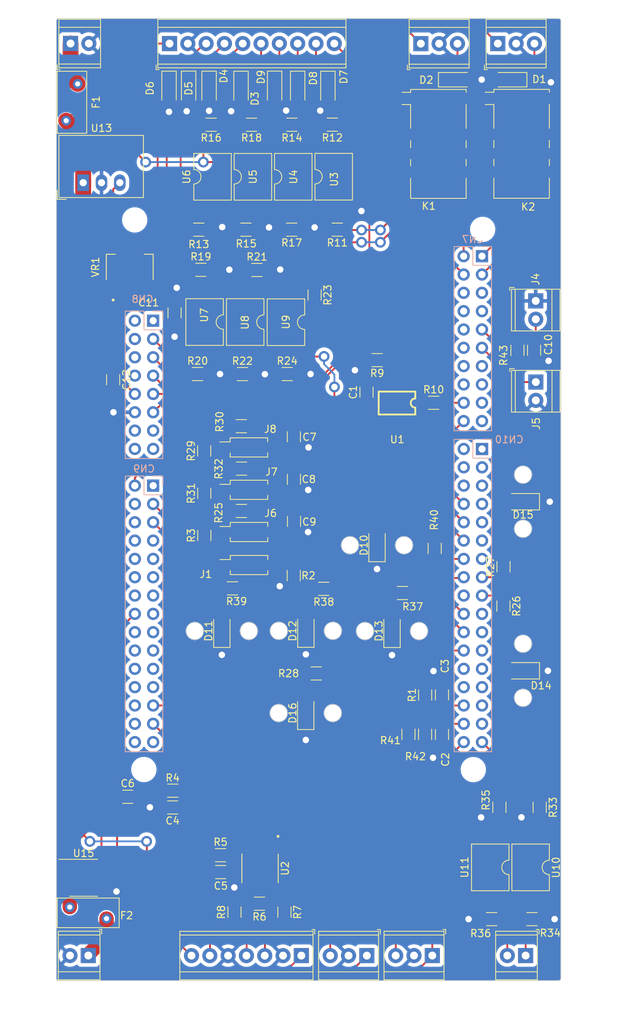
<source format=kicad_pcb>
(kicad_pcb (version 20221018) (generator pcbnew)
  (layers (0 "F.Cu" signal) (31 "B.Cu" power) (34 "B.Paste" user) (35 "F.Paste" user) (36 "B.SilkS" user "B.Silkscreen") (37 "F.SilkS" user "F.Silkscreen") (38 "B.Mask" user) (39 "F.Mask" user) (44 "Edge.Cuts" user))
  (net 0 "")
  (net 1 "+24V")
  (net 2 "GND")
  (net 3 "/STM32F439ZI/Abstandsmessung_MCU")
  (net 4 "/STM32F439ZI/Windrichtung_MCU")
  (net 5 "/Sensoren_Eingänge/RS485_RX_TX_NEG_1")
  (net 6 "/STM32F439ZI/Windgeschwindigkeit_MCU")
  (net 7 "/Sensoren_Eingänge/RS485_RX_TX_POS_1")
  (net 8 "Net-(U1A-+)")
  (net 9 "/Motor/Stromsensor_MCU")
  (net 10 "/STM32F439ZI/Kraftmessung_MCU")
  (net 11 "/Buttons_LEDS/MCU_Vorfahren")
  (net 12 "/Buttons_LEDS/MCU_Zurueckfahren")
  (net 13 "/Buttons_LEDS/MCU_Kalibrierung")
  (net 29 "/STM32F439ZI/Opt_Temperaturmessung")
  (net 53 "/STM32F439ZI/Opt_Analog_IN")
  (net 64 "/Optokoppler/Ext_Relais1_MCU")
  (net 65 "/Optokoppler/Ext_Relais2_MCU")
  (net 71 "/Buttons_LEDS/MCU_LED_Trimmen")
  (net 72 "/Buttons_LEDS/MCU_LED_Rollen")
  (net 73 "/Buttons_LEDS/MCU_LED_Kalibrierung")
  (net 74 "/Buttons_LEDS/MCU_LED_Stoerung")
  (net 75 "/Motor/IN0_OUT")
  (net 76 "/Motor/IN1_OUT")
  (net 77 "/Motor/IN2_OUT")
  (net 78 "/Motor/IN3_OUT")
  (net 79 "/Motor/OUT3_IN")
  (net 80 "/Motor/OUT2_IN")
  (net 81 "/Motor/OUT1_IN")
  (net 82 "Net-(D10-A)")
  (net 83 "Net-(D11-A)")
  (net 84 "Net-(D12-A)")
  (net 85 "Net-(D13-A)")
  (net 86 "Net-(Spannungsversorgung_1-Pin_1)")
  (net 87 "Net-(F2-Pad2)")
  (net 88 "/STM32F439ZI/IN1_MCU")
  (net 89 "/Optokoppler/IN1_MCU_IN")
  (net 90 "/STM32F439ZI/Endschalter_Vorne_MCU")
  (net 94 "/STM32F439ZI/IN0_MCU")
  (net 95 "/Optokoppler/IN0_MCU_IN")
  (net 96 "/STM32F439ZI/Endschalter_Hinten_MCU")
  (net 100 "/Motor/Drehzahl_Analog_OUT")
  (net 101 "+3.3V")
  (net 102 "/STM32F439ZI/Drehzahl_Analog_OUT")
  (net 103 "Net-(R11-Pad2)")
  (net 104 "/Optokoppler/IN3_MCU_IN")
  (net 105 "Net-(R13-Pad2)")
  (net 106 "/Optokoppler/IN2_MCU_IN")
  (net 107 "Net-(R15-Pad2)")
  (net 108 "Net-(R17-Pad2)")
  (net 109 "Net-(R19-Pad2)")
  (net 110 "/Optokoppler/OUT1_MCU")
  (net 111 "Net-(R21-Pad2)")
  (net 112 "/Optokoppler/OUT2_MCU")
  (net 113 "Net-(R23-Pad2)")
  (net 114 "/Optokoppler/OUT3_MCU")
  (net 116 "/Buttons_LEDS/MCU_LED_Manuell")
  (net 117 "/Buttons_LEDS/MCU_LED_Betrieb")
  (net 118 "/Buttons_LEDS/MCU_LED_PWR")
  (net 119 "/Buttons_LEDS/MCU_Switch")
  (net 120 "/Rx")
  (net 121 "/Enable")
  (net 122 "/Tx")
  (net 124 "Net-(Motor_Spannungsversorgung1-Pin_1)")
  (net 125 "/Endschalter/Endschalter_Vorne")
  (net 132 "/Endschalter/Endschalter_Hinten")
  (net 133 "Net-(D14-A)")
  (net 134 "Net-(D15-A)")
  (net 135 "Net-(D16-A)")
  (net 136 "/Optokoppler/Ext_Relais1_OUT")
  (net 137 "/Optokoppler/Ext_Relais2_OUT")
  (net 138 "Net-(Kraftmessung1-Pin_3)")
  (net 139 "Net-(R33-Pad2)")
  (net 140 "Net-(R35-Pad2)")
  (net 145 "Net-(J6-Pin_1)")
  (net 146 "Net-(J7-Pin_1)")
  (net 147 "Net-(J8-Pin_1)")
  (net 148 "+5V")
  (footprint "LED_SMD:LED_1206_3216Metric" (layer "F.Cu") (at 168.7 114.5 180)
    (fp_text reference "D14")
    (fp_text value "LED_Gelb" hide)
  )
  (footprint "TerminalBlock_TE-Connectivity:TerminalBlock_TE_282834-3_1x03_P2.54mm_Horizontal" (layer "F.Cu") (at 154.52 27.55)
    (fp_text reference "Endschalter_Hinten1" hide)
    (fp_text value "Conn_01x03_Pin" hide)
  )
  (footprint "TerminalBlock_TE-Connectivity:TerminalBlock_TE_282834-2_1x02_P2.54mm_Horizontal" (layer "F.Cu") (at 169.06 153.98 180)
    (fp_text reference "J3" hide)
    (fp_text value "Relais_Conn" hide)
  )
  (footprint "LM3940IMP-3.3_NOPB:VREG_LM3940IMP-3.3_NOPB" (layer "F.Cu") (at 114.13 58.5 90)
    (fp_text reference "VR1")
    (fp_text value "LM3940IMP-3.3/NOPB")
  )
  (footprint "Capacitor_SMD:C_1206_3216Metric" (layer "F.Cu") (at 136.925 93.79 -90)
    (fp_text reference "C9")
    (fp_text value "220n")
  )
  (footprint "Resistor_SMD:R_1206_3216Metric" (layer "F.Cu") (at 131.7825 58.93)
    (fp_text reference "R21")
    (fp_text value "2,2k" hide)
  )
  (footprint "Package_DIP:SMDIP-4_W9.53mm" (layer "F.Cu") (at 169.75 141.76 -90)
    (fp_text reference "U10")
    (fp_text value "LTV-817S" hide)
  )
  (footprint "Resistor_SMD:R_1206_3216Metric" (layer "F.Cu") (at 165.99 100.07 90)
    (fp_text reference "R27")
    (fp_text value "120")
  )
  (footprint "Resistor_SMD:R_1206_3216Metric" (layer "F.Cu") (at 129.63 86.47)
    (fp_text reference "R32")
    (fp_text value "36k")
  )
  (footprint "Connector_PinHeader_2.54mm:PinHeader_2x01_P2.54mm_Vertical_SMD" (layer "F.Cu") (at 130.68 95.26)
    (fp_text reference "J6")
    (fp_text value "Conn_01x02_Pin" hide)
  )
  (footprint "TerminalBlock_TE-Connectivity:TerminalBlock_TE_282834-3_1x03_P2.54mm_Horizontal" (layer "F.Cu") (at 156.11 153.98 180)
    (fp_text reference "Kraftmessung1" hide)
    (fp_text value "Conn_01x04_Pin" hide)
  )
  (footprint "Diode_SMD:D_SOD-123" (layer "F.Cu") (at 119.58 33.73 -90)
    (fp_text reference "D6")
    (fp_text value "SMPJ5359B-TP" hide)
  )
  (footprint "Resistor_SMD:R_1206_3216Metric" (layer "F.Cu") (at 123.71 53.34 180)
    (fp_text reference "R13")
    (fp_text value "700" hide)
  )
  (footprint "Package_SO:SOIC-8_3.9x4.9mm_P1.27mm" (layer "F.Cu") (at 107.73 143.2)
    (fp_text reference "U15")
    (fp_text value "ACS724xLCTR-05AB" hide)
  )
  (footprint "LED_SMD:LED_1206_3216Metric" (layer "F.Cu") (at 138.57 108.96 90)
    (fp_text reference "D12")
    (fp_text value "LED_Gelb" hide)
  )
  (footprint "Resistor_SMD:R_1206_3216Metric" (layer "F.Cu") (at 142.24 38.78 180)
    (fp_text reference "R12")
    (fp_text value "11k" hide)
  )
  (footprint "Resistor_SMD:R_1206_3216Metric" (layer "F.Cu") (at 123.55 73.36)
    (fp_text reference "R20")
    (fp_text value "6,8k" hide)
  )
  (footprint "Resistor_SMD:R_1206_3216Metric" (layer "F.Cu") (at 136.885 101.3025 90)
    (fp_text reference "R2")
    (fp_text value "10k" hide)
  )
  (footprint "Resistor_SMD:R_1206_3216Metric" (layer "F.Cu") (at 141.0525 103.14 180)
    (fp_text reference "R38")
    (fp_text value "120")
  )
  (footprint "Resistor_SMD:R_1206_3216Metric" (layer "F.Cu") (at 156.44 97.53 90)
    (fp_text reference "R40")
    (fp_text value "150" hide)
  )
  (footprint "Resistor_SMD:R_1206_3216Metric" (layer "F.Cu") (at 142.93 53.34 180)
    (fp_text reference "R11")
    (fp_text value "700" hide)
  )
  (footprint "TerminalBlock_TE-Connectivity:TerminalBlock_TE_282834-7_1x07_P2.54mm_Horizontal" (layer "F.Cu") (at 137.94 153.99 180)
    (fp_text reference "Anenometer1" hide)
    (fp_text value "Conn_01x07_Pin" hide)
  )
  (footprint "Resistor_SMD:R_1206_3216Metric" (layer "F.Cu") (at 156.3 77.34)
    (fp_text reference "R10")
    (fp_text value "240")
  )
  (footprint "Resistor_SMD:R_1206_3216Metric" (layer "F.Cu") (at 131.0275 38.79 180)
    (fp_text reference "R18")
    (fp_text value "11k" hide)
  )
  (footprint "Resistor_SMD:R_1206_3216Metric" (layer "F.Cu") (at 155.11 123.31 -90)
    (fp_text reference "R42")
    (fp_text value "1000" hide)
  )
  (footprint "Diode_SMD:D_SOD-123" (layer "F.Cu") (at 129.57 33.7325 -90)
    (fp_text reference "D3")
    (fp_text value "SMPJ5359B-TP" hide)
  )
  (footprint "Connector_PinHeader_2.54mm:PinHeader_2x01_P2.54mm_Vertical_SMD" (layer "F.Cu") (at 130.685 99.84)
    (fp_text reference "J1")
    (fp_text value "Conn_01x02_Pin" hide)
  )
  (footprint "TerminalBlock_TE-Connectivity:TerminalBlock_TE_282834-2_1x02_P2.54mm_Horizontal" (layer "F.Cu") (at 170.47 74.47 -90)
    (fp_text reference "J5")
    (fp_text value "Conn_01x02_Pin" hide)
  )
  (footprint "Resistor_SMD:R_1206_3216Metric" (layer "F.Cu") (at 125.4275 38.79 180)
    (fp_text reference "R16")
    (fp_text value "11k" hide)
  )
  (footprint "Fuse:Fuse_BelFuse_0ZRE0005FF_L8.3mm_W3.8mm" (layer "F.Cu") (at 110.91 148.86 180)
    (fp_text reference "F2")
    (fp_text value "Fuse" hide)
  )
  (footprint "Package_DIP:SMDIP-4_W9.53mm" (layer "F.Cu") (at 125.62 46.01 90)
    (fp_text reference "U6")
    (fp_text value "LTV-817S" hide)
  )
  (footprint "Fuse:Fuse_BelFuse_0ZRE0005FF_L8.3mm_W3.8mm" (layer "F.Cu") (at 106.91 33.13 -90)
    (fp_text reference "F1")
    (fp_text value "Fuse" hide)
  )
  (footprint "TerminalBlock_TE-Connectivity:TerminalBlock_TE_282834-2_1x02_P2.54mm_Horizontal" (layer "F.Cu") (at 170.46 63.22 -90)
    (fp_text reference "J4")
    (fp_text value "Conn_01x02_Pin" hide)
  )
  (footprint "Diode_SMD:D_SOD-123" (layer "F.Cu") (at 137.43 33.73 -90)
    (fp_text reference "D8")
    (fp_text value "SMPJ5359B-TP" hide)
  )
  (footprint "Relay_SMD:Relay_DPDT_Omron_G6S-2F" (layer "F.Cu") (at 168.55 41.49)
    (fp_text reference "K2")
    (fp_text value "G6S-2" hide)
  )
  (footprint "" (layer "F.Cu") (at 114.82 51.99)
    (fp_text reference "")
    (fp_text value "")
  )
  (footprint "Connector_PinHeader_2.54mm:PinHeader_2x01_P2.54mm_Vertical_SMD" (layer "F.Cu") (at 130.675 89.41)
    (fp_text reference "J7")
    (fp_text value "Conn_01x02_Pin" hide)
  )
  (footprint "Capacitor_SMD:C_1206_3216Metric" (layer "F.Cu") (at 136.9 82.06 -90)
    (fp_text reference "C7")
    (fp_text value "220n")
  )
  (footprint "Resistor_SMD:R_1206_3216Metric" (layer "F.Cu") (at 171.01 133.43 -90)
    (fp_text reference "R33")
    (fp_text value "700" hide)
  )
  (footprint "Package_DIP:SMDIP-4_W9.53mm" (layer "F.Cu") (at 136.82 46.01 90)
    (fp_text reference "U4")
    (fp_text value "LTV-817S" hide)
  )
  (footprint "Diode_SMD:D_SOD-123" (layer "F.Cu") (at 125.14 33.73 -90)
    (fp_text reference "D4")
    (fp_text value "SMPJ5359B-TP" hide)
  )
  (footprint "TerminalBlock_TE-Connectivity:TerminalBlock_TE_282834-2_1x02_P2.54mm_Horizontal" (layer "F.Cu") (at 105.92 27.53)
    (fp_text reference "Spannungsversorgung_1" hide)
    (fp_text value "Conn_01x02_Pin" hide)
  )
  (footprint "Resistor_SMD:R_1206_3216Metric" (layer "F.Cu") (at 129.77 73.37)
    (fp_text reference "R22")
    (fp_text value "6,8k" hide)
  )
  (footprint "Converter_DCDC:Converter_DCDC_RECOM_R-78E-0.5_THT" (layer "F.Cu") (at 107.673 46.83)
    (fp_text reference "U13")
    (fp_text value "R-78E-5.0-1.0" hide)
  )
  (footprint "Resistor_SMD:R_1206_3216Metric" (layer "F.Cu") (at 120.1 131.12 180)
    (fp_text reference "R4")
    (fp_text value "150")
  )
  (footprint "Diode_SMD:D_SOD-123" (layer "F.Cu") (at 141.62 33.7325 -90)
    (fp_text reference "D7")
    (fp_text value "SMPJ5359B-TP" hide)
  )
  (footprint "Capacitor_SMD:C_1206_3216Metric" (layer "F.Cu") (at 120.35 64.87 -90)
    (fp_text reference "C11")
    (fp_text value "33uF")
  )
  (footprint "" (layer "F.Cu") (at 163.1 53.3)
    (fp_text reference "")
    (fp_text value "")
  )
  (footprint "TerminalBlock_TE-Connectivity:TerminalBlock_TE_282834-3_1x03_P2.54mm_Horizontal" (layer "F.Cu") (at 165.2 27.54)
    (fp_text reference "Endschalter_Vorne1" hide)
    (fp_text value "Conn_01x03_Pin" hide)
  )
  (footprint "Capacitor_SMD:C_1206_3216Metric" (layer "F.Cu") (at 146.98 75.87 90)
    (fp_text reference "C1")
    (fp_text value "22u")
  )
  (footprint "Capacitor_SMD:C_1206_3216Metric" (layer "F.Cu") (at 136.91 87.955 -90)
    (fp_text reference "C8")
    (fp_text value "220n")
  )
  (footprint "LED_SMD:LED_1206_3216Metric" (layer "F.Cu") (at 126.91 108.98 90)
    (fp_text reference "D11")
    (fp_text value "LED_Green" hide)
  )
  (footprint "Resistor_SMD:R_1206_3216Metric" (layer "F.Cu") (at 128.38 103.07 180)
    (fp_text reference "R39")
    (fp_text value "150")
  )
  (footprint "Package_DIP:SMDIP-4_W9.53mm" (layer "F.Cu") (at 124.52 66.15 -90)
    (fp_text reference "U7")
    (fp_text value "LTV-817S" hide)
  )
  (footprint "Resistor_SMD:R_1206_3216Metric" (layer "F.Cu") (at 126.7325 140.07)
    (fp_text reference "R5")
    (fp_text value "150")
  )
  (footprint "Capacitor_SMD:C_1206_3216Metric" (layer "F.Cu") (at 113.85 131.97)
    (fp_text reference "C6")
    (fp_text value "22n")
  )
  (footprint "Diode_SMD:D_SOD-123" (layer "F.Cu") (at 134.23 33.7225 -90)
    (fp_text reference "D9")
    (fp_text value "SMPJ5359B-TP" hide)
  )
  (footprint "Resistor_SMD:R_1206_3216Metric" (layer "F.Cu") (at 151.98 103.72 180)
    (fp_text reference "R37")
    (fp_text value "110")
  )
  (footprint "Resistor_SMD:R_1206_3216Metric" (layer "F.Cu") (at 164.3425 148.935 180)
    (fp_text reference "R36")
    (fp_text value "11k")
  )
  (footprint "Resistor_SMD:R_1206_3216Metric" (layer "F.Cu") (at 155.12 117.8575 90)
    (fp_text reference "R1")
    (fp_text value "150")
  )
  (footprint "Capacitor_SMD:C_1206_3216Metric" (layer "F.Cu") (at 111.83 74.15 -90)
    (fp_text reference "C12")
    (fp_text value "0.47uF")
  )
  (footprint "LED_SMD:LED_1206_3216Metric" (layer "F.Cu") (at 168.7 91.06 180)
    (fp_text reference "D15")
    (fp_text value "LED_Gelb" hide)
  )
  (footprint "TerminalBlock_TE-Connectivity:TerminalBlock_TE_1-282834-0_1x10_P2.54mm_Horizontal" (layer "F.Cu") (at 119.65 27.54)
    (fp_text reference "Motor_Logik1" hide)
    (fp_text value "Conn_01x10_Pin" hide)
  )
  (footprint "Resistor_SMD:R_1206_3216Metric" (layer "F.Cu") (at 124.46 84.01 90)
    (fp_text reference "R29")
    (fp_text value "10k")
  )
  (footprint "Resistor_SMD:R_1206_3216Metric" (layer "F.Cu") (at 129.6175 92.34)
    (fp_text reference "R25")
    (fp_text value "36k")
  )
  (footprint "Resistor_SMD:R_1206_3216Metric" (layer "F.Cu") (at 135.98 73.36)
    (fp_text reference "R24")
    (fp_text value "6,8k" hide)
  )
  (footprint "Resistor_SMD:R_1206_3216Metric" (layer "F.Cu") (at 135.59 147.96 -90)
    (fp_text reference "R7")
    (fp_text value "750" hide)
  )
  (footprint "" (layer "F.Cu") (at 116.09 128.19)
    (fp_text reference "")
    (fp_text value "")
  )
  (footprint "Resistor_SMD:R_1206_3216Metric" (layer "F.Cu") (at 132.13 146.79 180)
    (fp_text reference "R6")
    (fp_text value "120" hide)
  )
  (footprint "LED_SMD:LED_1206_3216Metric" (layer "F.Cu") (at 138.55 120.36 90)
    (fp_text reference "D16")
    (fp_text value "LED_Green" hide)
  )
  (footprint "Resistor_SMD:R_1206_3216Metric" (layer "F.Cu") (at 165.42 133.43 -90)
    (fp_text reference "R35")
    (fp_text value "700" hide)
  )
  (footprint "Resistor_SMD:R_1206_3216Metric" (layer "F.Cu") (at 165.98 105.5325 -90)
    (fp_text reference "R26")
    (fp_text value "120")
  )
  (footprint "Resistor_SMD:R_1206_3216Metric" (layer "F.Cu") (at 124 58.91)
    (fp_text reference "R19")
    (fp_text value "2,2k" hide)
  )
  (footprint "Package_DIP:SMDIP-4_W9.53mm" (layer "F.Cu") (at 164.15 141.76 -90)
    (fp_text reference "U11")
    (fp_text value "LTV-817S" hide)
  )
  (footprint "Resistor_SMD:R_1206_3216Metric" (layer "F.Cu") (at 128.66 147.96 90)
    (fp_text reference "R8")
    (fp_text value "750" hide)
  )
  (footprint "Resistor_SMD:R_1206_3216Metric" (layer "F.Cu") (at 152.8 123.3125 -90)
    (fp_text reference "R41")
    (fp_text value "2300" hide)
  )
  (footprint "Resistor_SMD:R_1206_3216Metric" (layer "F.Cu") (at 130.25 53.34 180)
    (fp_text reference "R15")
    (fp_text value "700" hide)
  )
  (footprint "TerminalBlock_TE-Connectivity:TerminalBlock_TE_282834-2_1x02_P2.54mm_Horizontal" (layer "F.Cu") (at 108.38 153.98 180)
    (fp_text reference "Motor_Spannungsversorgung1" hide)
    (fp_text value "Conn_01x02_Pin" hide)
  )
  (footprint "Resistor_SMD:R_1206_3216Metric" (layer "F.Cu") (at 169.94 148.935)
    (fp_text reference "R34")
    (fp_text value "11k")
  )
  (footprint "Package_DIP:SMDIP-4_W9.53mm" (layer "F.Cu") (at 131.22 46.01 90)
    (fp_text reference "U5")
    (fp_text value "LTV-817S" hide)
  )
  (footprint "Resistor_SMD:R_1206_3216Metric" (layer "F.Cu") (at 139.78 62.4 -90)
    (fp_text reference "R23")
    (fp_text value "2,2k" hide)
  )
  (footprint "Resistor_SMD:R_1206_3216Metric" (layer "F.Cu") (at 124.48 95.74 90)
    (fp_text reference "R3")
    (fp_text value "10k")
  )
  (footprint "LED_SMD:LED_1206_3216Metric" (layer "F.Cu") (at 150.52 108.99 90)
    (fp_text reference "D13")
    (fp_text value "LED_Red" hide)
  )
  (footprint "Package_DIP:SMDIP-4_W9.53mm" (layer "F.Cu") (at 135.8 66.17 -90)
    (fp_text reference "U9")
    (fp_text value "LTV-817S" hide)
  )
  (footprint "Diode_SMD:D_SOD-123" (layer "F.Cu") (at 122.3 33.72 -90)
    (fp_text reference "D5")
    (fp_text value "SMPJ5359B-TP" hide)
  )
  (footprint "Connector_PinHeader_2.54mm:PinHeader_2x01_P2.54mm_Vertical_SMD" (layer "F.Cu") (at 130.665 83.53)
    (fp_text reference "J8")
    (fp_text value "Conn_01x02_Pin" hide)
  )
  (footprint "TerminalBlock_TE-Connectivity:TerminalBlock_TE_282834-3_1x03_P2.54mm_Horizontal" (layer "F.Cu") (at 147.03 153.99 180)
    (fp_text reference "Abstandssensor1" hide)
    (fp_text value "Conn_01x03_Pin" hide)
  )
  (footprint "Capacitor_SMD:C_1206_3216Metric" (layer "F.Cu") (at 157.45 123.33 -90)
    (fp_text reference "C2")
    (fp_text value "22n" hide)
  )
  (footprint "Diode_SMD:D_SOD-123" (layer "F.Cu") (at 166.8775 32.55 180)
    (fp_text reference "D1")
    (fp_text value "SMBJ5359B-TP" hide)
  )
  (footprint "Resistor_SMD:R_1206_3216Metric" (layer "F.Cu") (at 129.6125 80.59)
    (fp_text reference "R30")
    (fp_text value "36k")
  )
  (footprint "LED_SMD:LED_1206_3216Metric" (layer "F.Cu") (at 148.44 97.09 90)
    (fp_text reference "D10")
    (fp_text value "LED_Green" hide)
  )
  (footprint "Package_DIP:SMDIP-4_W9.53mm" (layer "F.Cu") (at 142.43 46 90)
    (fp_text reference "U3")
    (fp_text value "LTV-817S" hide)
  )
  (footprint "" (layer "F.Cu") (at 161.8 128.2)
    (fp_text reference "")
    (fp_text value "")
  )
  (footprint "Resistor_SMD:R_1206_3216Metric" (layer "F.Cu") (at 140.01 114.87 180)
    (fp_text reference "R28")
    (fp_text value "150")
  )
  (footprint "Diode_SMD:D_SOD-123" (layer "F.Cu") (at 159.3225 32.55)
    (fp_text reference "D2")
    (fp_text value "SMPJ5359B-TP" hide)
  )
  (footprint "Resistor_SMD:R_1206_3216Metric" (layer "F.Cu") (at 136.63 38.79 180)
    (fp_text reference "R14")
    (fp_text value "11k" hide)
  )
  (footprint "Capacitor_SMD:C_1206_3216Metric" (layer "F.Cu") (at 126.745 142.41)
    (fp_text reference "C5")
    (fp_text value "22n" hide)
  )
  (footprint "Relay_SMD:Relay_DPDT_Omron_G6S-2F" (layer "F.Cu") (at 157 41.5)
    (fp_text reference "K1")
    (fp_text value "G6S-2" hide)
  )
  (footprint "Resistor_SMD:R_1206_3216Metric" (layer "F.Cu") (at 136.6 53.34 180)
    (fp_text reference "R17")
    (fp_text value "700" hide)
  )
  (footprint "MAX3485CSA_T:SOIC127P600X175-8N" (layer "F.Cu") (at 132.21 141.9 -90)
    (fp_text reference "U2")
    (fp_text value "MAX3485" hide)
  )
  (footprint "Capacitor_SMD:C_1206_3216Metric" (layer "F.Cu") (at 120.08 133.45 180)
    (fp_text reference "C4")
    (fp_text value "22n")
  )
  (footprint "Resistor_SMD:R_1206_3216Metric" (layer "F.Cu") (at 124.47 89.89 90)
    (fp_text reference "R31")
    (fp_text value "10k")
  )
  (footprint "Resistor_SMD:R_1206_3216Metric" (layer "F.Cu") (at 148.46 71.43 180)
    (fp_text reference "R9")
    (fp_text value "10k")
  )
  (footprint "Package_DIP:SMDIP-4_W9.53mm" (layer "F.Cu") (at 130.15 66.15 -90)
    (fp_text reference "U8")
    (fp_text value "LTV-817S" hide)
  )
  (footprint "Capacitor_SMD:C_1206_3216Metric" (layer "F.Cu") (at 170.23 70.06 -90)
    (fp_text reference "C10")
    (fp_text value "22n")
  )
  (footprint "LM2904:SO08" (layer "F.Cu") (at 151.21 77.38 180)
    (fp_text reference "U1")
    (fp_text value "LM2904")
  )
  (footprint "Resistor_SMD:R_1206_3216Metric" (layer "F.Cu") (at 167.92 70.07 -90)
    (fp_text reference "R43")
    (fp_text value "150" hide)
  )
  (footprint "Capacitor_SMD:C_1206_3216Metric" (layer "F.Cu") (at 157.45 117.84 90)
    (fp_text reference "C3")
    (fp_text value "22n" hide)
  )
  (footprint "Connector_PinHeader_2.54mm:PinHeader_2x10_P2.54mm_Vertical" (layer "B.Cu") (at 163 57.02 180)
    (fp_text reference "CN7")
    (fp_text value "Conn_02x10_Odd_Even" hide)
  )
  (footprint "Connector_PinHeader_2.54mm:PinHeader_2x17_P2.54mm_Vertical" (layer "B.Cu") (at 163.01 83.75 180)
    (fp_text reference "CN10")
    (fp_text value "Conn_02x17_Odd_Even" hide)
  )
  (footprint "Connector_PinHeader_2.54mm:PinHeader_2x08_P2.54mm_Vertical" (layer "B.Cu") (at 117.38 65.96 180)
    (fp_text reference "CN8")
    (fp_text value "Conn_02x08_Odd_Even" hide)
  )
  (footprint "Connector_PinHeader_2.54mm:PinHeader_2x15_P2.54mm_Vertical" (layer "B.Cu") (at 117.38 88.83 180)
    (fp_text reference "CN9")
    (fp_text value "Conn_02x15_Odd_Even" hide)
  )
  (gr_circle (center 144.69 97.09) (end 145.89 97.09) (stroke (width 0.1)) (fill none) (layer "Edge.Cuts"))
  (gr_circle (center 154.27 108.99) (end 155.47 108.99) (stroke (width 0.1)) (fill none) (layer "Edge.Cuts"))
  (gr_line (start 173.64 24.06) (end 104.25 24.06) (stroke (width 0.1)) (layer "Edge.Cuts"))
  (gr_circle (center 123.16 108.98) (end 124.36 108.98) (stroke (width 0.1)) (fill none) (layer "Edge.Cuts"))
  (gr_circle (center 142.3 120.36) (end 143.5 120.36) (stroke (width 0.1)) (fill none) (layer "Edge.Cuts"))
  (gr_line (start 173.95 157.15) (end 173.95 24.36) (stroke (width 0.1)) (layer "Edge.Cuts"))
  (gr_circle (center 168.7 94.81) (end 168.7 93.61) (stroke (width 0.1)) (fill none) (layer "Edge.Cuts"))
  (gr_circle (center 152.19 97.09) (end 153.39 97.09) (stroke (width 0.1)) (fill none) (layer "Edge.Cuts"))
  (gr_arc (start 173.64 24.06) (mid 173.858555 24.144196) (end 173.949994 24.359833) (stroke (width 0.1)) (layer "Edge.Cuts"))
  (gr_circle (center 146.77 108.99) (end 147.97 108.99) (stroke (width 0.1)) (fill none) (layer "Edge.Cuts"))
  (gr_line (start 104.26 157.46) (end 173.65 157.46) (stroke (width 0.1)) (layer "Edge.Cuts"))
  (gr_circle (center 168.7 118.25) (end 168.7 117.05) (stroke (width 0.1)) (fill none) (layer "Edge.Cuts"))
  (gr_circle (center 134.82 108.96) (end 136.02 108.96) (stroke (width 0.1)) (fill none) (layer "Edge.Cuts"))
  (gr_line (start 103.95 157.16) (end 103.95 24.36) (stroke (width 0.1)) (layer "Edge.Cuts"))
  (gr_arc (start 104.26 157.46) (mid 104.035157 157.382861) (end 103.950095 157.160884) (stroke (width 0.1)) (layer "Edge.Cuts"))
  (gr_circle (center 142.32 108.96) (end 143.52 108.96) (stroke (width 0.1)) (fill none) (layer "Edge.Cuts"))
  (gr_circle (center 168.7 87.31) (end 168.7 86.11) (stroke (width 0.1)) (fill none) (layer "Edge.Cuts"))
  (gr_circle (center 134.8 120.36) (end 136 120.36) (stroke (width 0.1)) (fill none) (layer "Edge.Cuts"))
  (gr_arc (start 173.949999 157.15) (mid 173.865756 157.368684) (end 173.65 157.460166) (stroke (width 0.1)) (layer "Edge.Cuts"))
  (gr_circle (center 130.66 108.98) (end 131.86 108.98) (stroke (width 0.1)) (fill none) (layer "Edge.Cuts"))
  (gr_arc (start 103.950001 24.36) (mid 104.044319 24.15507) (end 104.25017 24.062724) (stroke (width 0.1)) (layer "Edge.Cuts"))
  (gr_circle (center 168.7 110.75) (end 168.7 109.55) (stroke (width 0.1)) (fill none) (layer "Edge.Cuts"))
  (segment (start 161.05 144.1) (end 163.57 144.1) (width 0.25) (layer "F.Cu") (net 1))
  (segment (start 116.5 138.18) (end 116.5 152.78) (width 0.25) (layer "F.Cu") (net 1))
  (segment (start 156.11 149.04) (end 161.05 144.1) (width 0.25) (layer "F.Cu") (net 1))
  (segment (start 105.255 138.385) (end 107.673 135.967) (width 2.2) (layer "F.Cu") (net 1))
  (segment (start 107.676 40.59) (end 107.673 40.593) (width 0.25) (layer "F.Cu") (net 1))
  (segment (start 107.673 137.223) (end 107.673 135.967) (width 0.25) (layer "F.Cu") (net 1))
  (segment (start 127.23 43.97) (end 132.825 43.97) (width 0.25) (layer "F.Cu") (net 1))
  (segment (start 107.673 46.83) (end 107.673 40.593) (width 2.2) (layer "F.Cu") (net 1))
  (segment (start 119.97 156.25) (end 135.68 156.25) (width 0.25) (layer "F.Cu") (net 1))
  (segment (start 169.16 144.1) (end 171.02 145.96) (width 0.25) (layer "F.Cu") (net 1))
  (segment (start 116 27.54) (end 105.31 38.23) (width 0.25) (layer "F.Cu") (net 1))
  (segment (start 165.42 145.95) (end 163.57 144.1) (width 0.25) (layer "F.Cu") (net 1))
  (segment (start 171.02 145.96) (end 171.02 146.525) (width 0.25) (layer "F.Cu") (net 1))
  (segment (start 105.255 142.235) (end 105.255 138.385) (width 2.2) (layer "F.Cu") (net 1))
  (segment (start 129.95 41.25) (end 127.23 43.97) (width 0.25) (layer "F.Cu") (net 1))
  (segment (start 156.11 153.98) (end 156.11 149.04) (width 0.25) (layer "F.Cu") (net 1))
  (segment (start 165.2 27.54) (end 162.92 25.26) (width 0.25) (layer "F.Cu") (net 1))
  (segment (start 165.42 146.525) (end 165.42 145.95) (width 0.25) (layer "F.Cu") (net 1))
  (segment (start 112.96 40.59) (end 107.676 40.59) (width 0.25) (layer "F.Cu") (net 1))
  (segment (start 116.34 43.97) (end 112.96 40.59) (width 0.25) (layer "F.Cu") (net 1))
  (segment (start 153.85 156.25) (end 156.11 153.99) (width 0.25) (layer "F.Cu") (net 1))
  (segment (start 156.11 153.99) (end 156.11 153.98) (width 0.25) (layer "F.Cu") (net 1))
  (segment (start 138.425 43.97) (end 141.16 41.235) (width 0.25) (layer "F.Cu") (net 1))
  (segment (start 152.23 25.26) (end 154.52 27.55) (width 0.25) (layer "F.Cu") (net 1))
  (segment (start 119.65 27.54) (end 116 27.54) (width 0.25) (layer "F.Cu") (net 1))
  (segment (start 135.68 156.25) (end 137.94 153.99) (width 0.25) (layer "F.Cu") (net 1))
  (segment (start 163.57 144.1) (end 163.79 144.1) (width 0.25) (layer "F.Cu") (net 1))
  (segment (start 107.673 135.967) (end 107.673 46.83) (width 2.2) (layer "F.Cu") (net 1))
  (segment (start 118.28 25.26) (end 152.23 25.26) (width 0.25) (layer "F.Cu") (net 1))
  (segment (start 144.77 156.25) (end 147.03 153.99) (width 0.25) (layer "F.Cu") (net 1))
  (segment (start 116.5 152.78) (end 119.97 156.25) (width 0.25) (layer "F.Cu") (net 1))
  (segment (start 108.6 138.15) (end 107.673 137.223) (width 0.25) (layer "F.Cu") (net 1))
  (segment (start 124.35 41.245) (end 124.35 43.96) (width 0.25) (layer "F.Cu") (net 1))
  (segment (start 116 27.54) (end 118.28 25.26) (width 0.25) (layer "F.Cu") (net 1))
  (segment (start 124.35 43.96) (end 124.34 43.97) (width 0.25) (layer "F.Cu") (net 1))
  (segment (start 129.95 41.245) (end 129.95 41.25) (width 0.25) (layer "F.Cu") (net 1))
  (segment (start 124.34 43.97) (end 127.23 43.97) (width 0.25) (layer "F.Cu") (net 1))
  (segment (start 163.79 144.1) (end 164.52 144.1) (width 0.25) (layer "F.Cu") (net 1))
  (segment (start 162.92 25.26) (end 152.23 25.26) (width 0.25) (layer "F.Cu") (net 1))
  (segment (start 144.77 156.25) (end 153.85 156.25) (width 0.25) (layer "F.Cu") (net 1))
  (segment (start 107.673 40.593) (end 105.31 38.23) (width 2.2) (layer "F.Cu") (net 1))
  (segment (start 116.47 138.15) (end 116.5 138.18) (width 0.25) (layer "F.Cu") (net 1))
  (segment (start 132.825 43.97) (end 138.425 43.97) (width 0.25) (layer "F.Cu") (net 1))
  (segment (start 135.68 156.25) (end 144.77 156.25) (width 0.25) (layer "F.Cu") (net 1))
  (segment (start 132.825 43.97) (end 135.55 41.245) (width 0.25) (layer "F.Cu") (net 1))
  (segment (start 164.52 144.1) (end 169.16 144.1) (width 0.25) (layer "F.Cu") (net 1))
  (via (at 116.34 43.97) (size 1.5) (drill 0.9) (layers "F.Cu" "B.Cu") (net 1))
  (via (at 124.34 43.97) (size 1.5) (drill 0.9) (layers "F.Cu" "B.Cu") (net 1))
  (via (at 116.47 138.15) (size 1.5) (drill 0.9) (layers "F.Cu" "B.Cu") (net 1))
  (via (at 108.6 138.15) (size 1.5) (drill 0.9) (layers "F.Cu" "B.Cu") (net 1))
  (segment (start 124.34 43.97) (end 116.34 43.97) (width 0.25) (layer "B.Cu") (net 1))
  (segment (start 116.47 138.15) (end 108.6 138.15) (width 0.25) (layer "B.Cu") (net 1))
  (segment (start 138.57 112.22) (end 138.57 110.36) (width 0.25) (layer "F.Cu") (net 2))
  (segment (start 134.94 102.77) (end 136.88 102.77) (width 0.25) (layer "F.Cu") (net 2))
  (segment (start 126.91 112.29) (end 126.91 110.38) (width 0.25) (layer "F.Cu") (net 2))
  (segment (start 138.09 50.78) (end 139.78 52.47) (width 0.25) (layer "F.Cu") (net 2))
  (segment (start 146.9975 71.43) (end 146.77 71.43) (width 0.25) (layer "F.Cu") (net 2))
  (segment (start 146.98 74.395) (end 149.1775 74.395) (width 0.25) (layer "F.Cu") (net 2))
  (segment (start 125.0125 73.36) (end 126.66 73.36) (width 0.25) (layer "F.Cu") (net 2))
  (segment (start 122.030353 35.639647) (end 122.3 35.37) (width 0.25) (layer "F.Cu") (net 2))
  (segment (start 118 58.75) (end 120.65 61.4) (width 0.25) (layer "F.Cu") (net 2))
  (segment (start 135.83 38.1275) (end 135.1675 38.79) (width 0.25) (layer "F.Cu") (net 2))
  (segment (start 146.98 74.395) (end 146.935 74.395) (width 0.25) (layer "F.Cu") (net 2))
  (segment (start 110.21 145.1) (end 110.205 145.105) (width 0.25) (layer "F.Cu") (net 2))
  (segment (start 156.02 114.54) (end 155.12 115.44) (width 0.25) (layer "F.Cu") (net 2))
  (segment (start 165.2175 32.54) (end 165.2275 32.55) (width 0.25) (layer "F.Cu") (net 2))
  (segment (start 160.9825 32.54) (end 160.9725 32.55) (width 0.25) (layer "F.Cu") (net 2))
  (segment (start 132.49 50.775) (end 132.49 52.07) (width 0.25) (layer "F.Cu") (net 2))
  (segment (start 134.3725 35.3725) (end 135.83 36.83) (width 0.25) (layer "F.Cu") (net 2))
  (segment (start 140.56 36.84) (end 140.56 36.4425) (width 0.25) (layer "F.Cu") (net 2))
  (segment (start 136.93 95.27) (end 136.925 95.265) (width 0.25) (layer "F.Cu") (net 2))
  (segment (start 112.29 145.1) (end 110.21 145.1) (width 0.25) (layer "F.Cu") (net 2))
  (segment (start 137.28 35.38) (end 135.83 36.83) (width 0.25) (layer "F.Cu") (net 2))
  (segment (start 162.96 32.54) (end 162.96 33.19) (width 0.25) (layer "F.Cu") (net 2))
  (segment (start 119.58 37) (end 119.58 35.38) (width 0.25) (layer "F.Cu") (net 2))
  (segment (start 128.64 144.54) (end 130.14 144.54) (width 0.25) (layer "F.Cu") (net 2))
  (segment (start 136.92 95.26) (end 136.925 95.265) (width 0.25) (layer "F.Cu") (net 2))
  (segment (start 136.895 83.53) (end 136.9 83.535) (width 0.25) (layer "F.Cu") (net 2))
  (segment (start 146.77 71.43) (end 145.37 72.83) (width 0.25) (layer "F.Cu") (net 2))
  (segment (start 136.905 83.53) (end 136.9 83.535) (width 0.25) (layer "F.Cu") (net 2))
  (segment (start 114.13 58.75) (end 118 58.75) (width 0.25) (layer "F.Cu") (net 2))
  (segment (start 128.22 140.095) (end 128.195 140.07) (width 0.25) (layer "F.Cu") (net 2))
  (segment (start 172.24 71.53) (end 170.235 71.53) (width 0.25) (layer "F.Cu") (net 2))
  (segment (start 136.88 102.77) (end 136.885 102.765) (width 0.25) (layer "F.Cu") (net 2))
  (segment (start 146.275 50.765) (end 143.7 50.765) (width 0.25) (layer "F.Cu") (net 2))
  (segment (start 149.1775 74.395) (end 149.305 74.5225) (width 0.25) (layer "F.Cu") (net 2))
  (segment (start 170.23 71.535) (end 167.9225 71.535) (width 0.25) (layer "F.Cu") (net 2))
  (segment (start 114.13 58.75) (end 114.13 55.6) (width 0.25) (layer "F.Cu") (net 2))
  (segment (start 125.14 37.615) (end 123.965 38.79) (width 0.25) (layer "F.Cu") (net 2))
  (segment (start 138.09 50.775) (end 138.09 50.78) (width 0.25) (layer "F.Cu") (net 2))
  (segment (start 116.93 133.43) (end 118.585 133.43) (width 0.25) (layer "F.Cu") (net 2))
  (segment (start 116.785 133.43) (end 115.325 131.97) (width 0.25) (layer "F.Cu") (net 2))
  (segment (start 172.41 91.06) (end 170.1 91.06) (width 0.25) (layer "F.Cu") (net 2))
  (segment (start 135.83 36.83) (end 135.83 38.1275) (width 0.25) (layer "F.Cu") (net 2))
  (segment (start 128.64 144.54) (end 128.64 146.4775) (width 0.25) (layer "F.Cu") (net 2))
  (segment (start 150.52 112.33) (end 150.52 110.39) (width 0.25) (layer "F.Cu") (net 2))
  (segment (start 156.55 114.54) (end 157.45 115.44) (width 0.25) (layer "F.Cu") (net 2))
  (segment (start 135.01 58.87) (end 134.53 59.35) (width 0.25) (layer "F.Cu") (net 2))
  (segment (start 168.48 134.82) (end 168.48 136.995) (width 0.25) (layer "F.Cu") (net 2))
  (segment (start 161.14 148.93) (end 162.875 148.93) (width 0.25) (layer "F.Cu") (net 2))
  (segment (start 126.89 50.775) (end 126.89 52.91) (width 0.25) (layer "F.Cu") (net 2))
  (segment (start 116.93 133.43) (end 116.93 132.8275) (width 0.25) (layer "F.Cu") (net 2))
  (segment (start 128.64 146.4775) (end 128.66 146.4975) (width 0.25) (layer "F.Cu") (net 2))
  (segment (start 157.45 125.32) (end 156.21 126.56) (width 0.25) (layer "F.Cu") (net 2))
  (segment (start 139.78 52.47) (end 139.78 53.03) (width 0.25) (layer "F.Cu") (net 2))
  (segment (start 131.2325 73.37) (end 132.87 73.37) (width 0.25) (layer "F.Cu") (net 2))
  (segment (start 157.45 115.44) (end 157.45 116.365) (width 0.25) (layer "F.Cu") (net 2))
  (segment (start 162.875 148.93) (end 162.88 148.935) (width 0.25) (layer "F.Cu") (net 2))
  (segment (start 127.95 58.89) (end 128.88 59.82) (width 0.25) (layer "F.Cu") (net 2))
  (segment (start 140.56 36.84) (end 140.56 38.5625) (width 0.25) (layer "F.Cu") (net 2))
  (segment (start 128.64 144.54) (end 128.64 142.83) (width 0.25) (layer "F.Cu") (net 2))
  (segment (start 114.13 61.4) (end 114.13 58.75) (width 0.25) (layer "F.Cu") (net 2))
  (segment (start 130.14 144.54) (end 130.305 144.375) (width 0.25) (layer "F.Cu") (net 2))
  (segment (start 148.44 100.39) (end 148.44 98.49) (width 0.25) (layer "F.Cu") (net 2))
  (segment (start 111.87 78.66) (end 111.87 75.665) (width 0.25) (layer "F.Cu") (net 2))
  (segment (start 139.22 73.36) (end 137.4425 73.36) (width 0.25) (layer "F.Cu") (net 2))
  (segment (start 155.11 124.7725) (end 155.11 125.46) (width 0.25) (layer "F.Cu") (net 2))
  (segment (start 167.9225 71.535) (end 167.92 71.5325) (width 0.25) (layer "F.Cu") (net 2))
  (segment (start 120.665 61.385) (end 123.25 61.385) (width 0.25) (layer "F.Cu") (net 2))
  (segment (start 126.89 52.91) (end 126.96 52.98) (width 0.25) (layer "F.Cu") (net 2))
  (segment (start 128.2 37.425) (end 129.565 38.79) (width 0.25) (layer "F.Cu") (net 2))
  (segment (start 156.27 114.54) (end 156.55 114.54) (width 0.25) (layer "F.Cu") (net 2))
  (segment (start 172.15 114.5) (end 170.1 114.5) (width 0.25) (layer "F.Cu") (net 2))
  (segment (start 128.22 142.41) (end 128.22 140.095) (width 0.25) (layer "F.Cu") (net 2))
  (segment (start 146.28 50.76) (end 146.275 50.765) (width 0.25) (layer "F.Cu") (net 2))
  (segment (start 172.56 32.91) (end 172.56 35.13) (width 0.25) (layer "F.Cu") (net 2))
  (segment (start 136.89 89.41) (end 136.91 89.43) (width 0.25) (layer "F.Cu") (net 2))
  (segment (start 155.12 115.44) (end 155.12 116.395) (width 0.25) (layer "F.Cu") (net 2))
  (segment (start 118.585 133.43) (end 118.605 133.45) (width 0.25) (layer "F.Cu") (net 2))
  (segment (start 120.35 68.18) (end 120.35 66.345) (width 0.25) (layer "F.Cu") (net 2))
  (segment (start 138.93 83.53) (end 136.905 83.53) (width 0.25) (layer "F.Cu") (net 2))
  (segment (start 173.08 148.93) (end 171.4075 148.93) (width 0.25) (layer "F.Cu") (net 2))
  (segment (start 129.57 35.55) (end 128.2 36.92) (width 0.25) (layer "F.Cu") (net 2))
  (segment (start 111.87 75.665) (end 111.83 75.625) (width 0.25) (layer "F.Cu") (net 2))
  (segment (start 129.57 35.3825) (end 129.57 35.55) (width 0.25) (layer "F.Cu") (net 2))
  (segment (start 155.11 125.46) (end 156.21 126.56) (width 0.25) (layer "F.Cu") (net 2))
  (segment (start 162.96 32.54) (end 160.9825 32.54) (width 0.25) (layer "F.Cu") (net 2))
  (segment (start 120.65 61.4) (end 120.665 61.385) (width 0.25) (layer "F.Cu") (net 2))
  (segment (start 132.87 73.37) (end 132.88 73.38) (width 0.25) (layer "F.Cu") (net 2))
  (segment (start 132.49 52.07) (end 133.45 53.03) (width 0.25) (layer "F.Cu") (net 2))
  (segment (start 156.27 114.54) (end 156.02 114.54) (width 0.25) (layer "F.Cu") (net 2))
  (segment (start 128.64 142.83) (end 128.22 142.41) (width 0.25) (layer "F.Cu") (net 2))
  (segment (start 157.45 124.805) (end 157.45 125.32) (width 0.25) (layer "F.Cu") (net 2))
  (segment (start 146.935 74.395) (end 145.37 72.83) (width 0.25) (layer "F.Cu") (net 2))
  (segment (start 116.93 132.8275) (end 118.6375 131.12) (width 0.25) (layer "F.Cu") (net 2))
  (segment (start 134.23 35.3725) (end 134.3725 35.3725) (width 0.25) (layer "F.Cu") (net 2))
  (segment (start 162.88 134.83) (end 162.88 136.995) (width 0.25) (layer "F.Cu") (net 2))
  (segment (start 128.88 59.82) (end 128.88 61.385) (width 0.25) (layer "F.Cu") (net 2))
  (segment (start 172.56 35.13) (end 172.55 35.14) (width 0.25) (layer "F.Cu") (net 2))
  (segment (start 171.4075 148.93) (end 171.4025 148.935) (width 0.25) (layer "F.Cu") (net 2))
  (segment (start 162.96 32.54) (end 165.2175 32.54) (width 0.25) (layer "F.Cu") (net 2))
  (segment (start 116.93 133.43) (end 116.785 133.43) (width 0.25) (layer "F.Cu") (net 2))
  (segment (start 133.19 83.53) (end 136.895 83.53) (width 0.25) (layer "F.Cu") (net 2))
  (segment (start 138.56 124.09) (end 138.56 121.77) (width 0.25) (layer "F.Cu") (net 2))
  (segment (start 133.2 89.41) (end 136.89 89.41) (width 0.25) (layer "F.Cu") (net 2))
  (segment (start 138.56 121.77) (end 138.55 121.76) (width 0.25) (layer "F.Cu") (net 2))
  (segment (start 133.205 95.26) (end 136.92 95.26) (width 0.25) (layer "F.Cu") (net 2))
  (segment (start 170.235 71.53) (end 170.23 71.535) (width 0.25) (layer "F.Cu") (net 2))
  (segment (start 138.89 89.43) (end 136.91 89.43) (width 0.25) (layer "F.Cu") (net 2))
  (segment (start 125.14 36.86) (end 125.14 35.38) (width 0.25) (layer "F.Cu") (net 2))
  (segment (start 137.43 35.38) (end 137.28 35.38) (width 0.25) (layer "F.Cu") (net 2))
  (segment (start 140.56 38.5625) (end 140.7775 38.78) (width 0.25) (layer "F.Cu") (net 2))
  (segment (start 140.56 36.4425) (end 141.62 35.3825) (width 0.25) (layer "F.Cu") (net 2))
  (segment (start 122.030353 36.920353) (end 122.030353 35.639647) (width 0.25) (layer "F.Cu") (net 2))
  (segment (start 162.96 33.19) (end 161 35.15) (width 0.25) (layer "F.Cu") (net 2))
  (segment (start 134.53 59.35) (end 134.53 61.405) (width 0.25) (layer "F.Cu") (net 2))
  (segment (start 138.87 95.27) (end 136.93 95.27) (width 0.25) (layer "F.Cu") (net 2))
  (segment (start 125.14 36.86) (end 125.14 37.615) (width 0.25) (layer "F.Cu") (net 2))
  (segment (start 128.2 36.92) (end 128.2 37.425) (width 0.25) (layer "F.Cu") (net 2))
  (via (at 168.48 134.82) (size 1.5) (drill 0.9) (layers "F.Cu" "B.Cu") (net 2))
  (via (at 148.44 100.39) (size 1.5) (drill 0.9) (layers "F.Cu" "B.Cu") (net 2))
  (via (at 150.52 112.33) (size 1.5) (drill 0.9) (layers "F.Cu" "B.Cu") (net 2))
  (via (at 172.15 114.5) (size 1.5) (drill 0.9) (layers "F.Cu" "B.Cu") (net 2))
  (via (at 133.45 53.03) (size 1.5) (drill 0.9) (layers "F.Cu" "B.Cu") (net 2))
  (via (at 111.87 78.66) (size 1.5) (drill 0.9) (layers "F.Cu" "B.Cu") (net 2))
  (via (at 128.2 36.92) (size 1.5) (drill 0.9) (layers "F.Cu" "B.Cu") (net 2))
  (via (at 120.65 61.4) (size 1.5) (drill 0.9) (layers "F.Cu" "B.Cu") (net 2))
  (via (at 172.24 71.53) (size 1.5) (drill 0.9) (layers "F.Cu" "B.Cu") (net 2))
  (via (at 161.14 148.93) (size 1.5) (drill 0.9) (layers "F.Cu" "B.Cu") (net 2))
  (via (at 156.21 126.56) (size 1.5) (drill 0.9) (layers "F.Cu" "B.Cu") (net 2))
  (via (at 138.57 112.22) (size 1.5) (drill 0.9) (layers "F.Cu" "B.Cu") (net 2))
  (via (at 132.88 73.38) (size 1.5) (drill 0.9) (layers "F.Cu" "B.Cu") (net 2))
  (via (at 173.08 148.93) (size 1.5) (drill 0.9) (layers "F.Cu" "B.Cu") (net 2))
  (via (at 146.28 50.76) (size 1.5) (drill 0.9) (layers "F.Cu" "B.Cu") (net 2))
  (via (at 156.27 114.54) (size 1.5) (drill 0.9) (layers "F.Cu" "B.Cu") (net 2))
  (via (at 138.56 124.09) (size 1.5) (drill 0.9) (layers "F.Cu" "B.Cu") (net 2))
  (via (at 135.83 36.83) (size 1.5) (drill 0.9) (layers "F.Cu" "B.Cu") (net 2))
  (via (at 139.22 73.36) (size 1.5) (drill 0.9) (layers "F.Cu" "B.Cu") (net 2))
  (via (at 126.66 73.36) (size 1.5) (drill 0.9) (layers "F.Cu" "B.Cu") (net 2))
  (via (at 138.87 95.27) (size 1.5) (drill 0.9) (layers "F.Cu" "B.Cu") (net 2))
  (via (at 162.96 32.54) (size 1.5) (drill 0.9) (layers "F.Cu" "B.Cu") (net 2))
  (via (at 135.01 58.87) (size 1.5) (drill 0.9) (layers "F.Cu" "B.Cu") (net 2))
  (via (at 172.41 91.06) (size 1.5) (drill 0.9) (layers "F.Cu" "B.Cu") (net 2))
  (via (at 172.56 32.91) (size 1.5) (drill 0.9) (layers "F.Cu" "B.Cu") (net 2))
  (via (at 139.78 53.03) (size 1.5) (drill 0.9) (layers "F.Cu" "B.Cu") (net 2))
  (via (at 112.29 145.1) (size 1.5) (drill 0.9) (layers "F.Cu" "B.Cu") (net 2))
  (via (at 162.88 134.83) (size 1.5) (drill 0.9) (layers "F.Cu" "B.Cu") (net 2))
  (via (at 140.56 36.84) (size 1.5) (drill 0.9) (layers "F.Cu" "B.Cu") (net 2))
  (via (at 120.35 68.18) (size 1.5) (drill 0.9) (layers "F.Cu" "B.Cu") (net 2))
  (via (at 116.93 133.43) (size 1.5) (drill 0.9) (layers "F.Cu" "B.Cu") (net 2))
  (via (at 145.37 72.83) (size 1.5) (drill 0.9) (layers "F.Cu" "B.Cu") (net 2))
  (via (at 122.030353 36.920353) (size 1.5) (drill 0.9) (layers "F.Cu" "B.Cu") (net 2))
  (via (at 138.89 89.43) (size 1.5) (drill 0.9) (layers "F.Cu" "B.Cu") (net 2))
  (via (at 126.96 52.98) (size 1.5) (drill 0.9) (layers "F.Cu" "B.Cu") (net 2))
  (via (at 119.58 37) (size 1.5) (drill 0.9) (layers "F.Cu" "B.Cu") (net 2))
  (via (at 128.64 144.54) (size 1.5) (drill 0.9) (layers "F.Cu" "B.Cu") (net 2))
  (via (at 134.94 102.77) (size 1.5) (drill 0.9) (layers "F.Cu" "B.Cu") (net 2))
  (via (at 138.93 83.53) (size 1.5) (drill 0.9) (layers "F.Cu" "B.Cu") (net 2))
  (via (at 126.91 112.29) (size 1.5) (drill 0.9) (layers "F.Cu" "B.Cu") (net 2))
  (via (at 125.14 36.86) (size 1.5) (drill 0.9) (layers "F.Cu" "B.Cu") (net 2))
  (via (at 127.95 58.89) (size 1.5) (drill 0.9) (layers "F.Cu" "B.Cu") (net 2))
  (segment (start 111.87 78.66) (end 114.84 78.66) (width 0.25) (layer "B.Cu") (net 2))
  (segment (start 157.455 119.31) (end 160.47 119.31) (width 0.25) (layer "F.Cu") (net 3))
  (segment (start 141.95 129.93) (end 152.56 119.32) (width 0.25) (layer "F.Cu") (net 3))
  (segment (start 152.56 119.32) (end 155.12 119.32) (width 0.25) (layer "F.Cu") (net 3))
  (segment (start 157.445 119.32) (end 157.45 119.315) (width 0.25) (layer "F.Cu") (net 3))
  (segment (start 141.95 154.01) (end 141.95 129.93) (width 0.25) (layer "F.Cu") (net 3))
  (segment (start 157.45 119.315) (end 157.455 119.31) (width 0.25) (layer "F.Cu") (net 3))
  (segment (start 155.12 119.32) (end 157.445 119.32) (width 0.25) (layer "F.Cu") (net 3))
  (segment (start 125.27 140.07) (end 125.27 125.84) (width 0.25) (layer "F.Cu") (net 4))
  (segment (start 125.27 142.41) (end 125.27 140.07) (width 0.25) (layer "F.Cu") (net 4))
  (segment (start 125.27 125.84) (end 118.74 119.31) (width 0.25) (layer "F.Cu") (net 4))
  (segment (start 125.27 154.07) (end 125.27 142.41) (width 0.25) (layer "F.Cu") (net 4))
  (segment (start 118.74 119.31) (end 117.38 119.31) (width 0.25) (layer "F.Cu") (net 4))
  (segment (start 132.89 154.07) (end 132.89 147.4925) (width 0.25) (layer "F.Cu") (net 5))
  (segment (start 132.845 146.0425) (end 132.845 144.375) (width 0.25) (layer "F.Cu") (net 5))
  (segment (start 135.59 149.4225) (end 135.59 148.7875) (width 0.25) (layer "F.Cu") (net 5))
  (segment (start 133.5925 146.79) (end 132.845 146.0425) (width 0.25) (layer "F.Cu") (net 5))
  (segment (start 132.89 147.4925) (end 133.5925 146.79) (width 0.25) (layer "F.Cu") (net 5))
  (segment (start 135.59 148.7875) (end 133.5925 146.79) (width 0.25) (layer "F.Cu") (net 5))
  (segment (start 121.56 133.455) (end 121.555 133.45) (width 0.25) (layer "F.Cu") (net 6))
  (segment (start 121.5625 126.0325) (end 117.38 121.85) (width 0.25) (layer "F.Cu") (net 6))
  (segment (start 121.555 131.1275) (end 121.5625 131.12) (width 0.25) (layer "F.Cu") (net 6))
  (segment (start 121.555 133.45) (end 121.555 131.1275) (width 0.25) (layer "F.Cu") (net 6))
  (segment (start 121.56 152.9) (end 121.56 133.455) (width 0.25) (layer "F.Cu") (net 6))
  (segment (start 121.5625 131.12) (end 121.5625 126.0325) (width 0.25) (layer "F.Cu") (net 6))
  (segment (start 122.73 154.07) (end 121.56 152.9) (width 0.25) (layer "F.Cu") (net 6))
  (segment (start 128.66 149.4225) (end 128.66 148.7975) (width 0.25) (layer "F.Cu") (net 7))
  (segment (start 130.35 147.1075) (end 130.6675 146.79) (width 0.25) (layer "F.Cu") (net 7))
  (segment (start 130.35 154.07) (end 130.35 147.1075) (width 0.25) (layer "F.Cu") (net 7))
  (segment (start 128.66 148.7975) (end 130.6675 146.79) (width 0.25) (layer "F.Cu") (net 7))
  (segment (start 131.575 145.8825) (end 131.575 144.375) (width 0.25) (layer "F.Cu") (net 7))
  (segment (start 130.6675 146.79) (end 131.575 145.8825) (width 0.25) (layer "F.Cu") (net 7))
  (segment (start 150.575 75.094) (end 150.575 74.5225) (width 0.25) (layer "F.Cu") (net 8))
  (segment (start 146.985 77.34) (end 146.98 77.345) (width 0.25) (layer "F.Cu") (net 8))
  (segment (start 152.821 77.34) (end 146.985 77.34) (width 0.25) (layer "F.Cu") (net 8))
  (segment (start 152.821 77.34) (end 150.575 75.094) (width 0.25) (layer "F.Cu") (net 8))
  (segment (start 154.8375 77.34) (end 152.821 77.34) (width 0.25) (layer "F.Cu") (net 8))
  (segment (start 112.375 141.765) (end 111.575 142.565) (width 0.25) (layer "F.Cu") (net 9))
  (segment (start 111.575 142.565) (end 110.205 142.565) (width 0.25) (layer "F.Cu") (net 9))
  (segment (start 112.375 141.765) (end 112.375 131.97) (width 0.25) (layer "F.Cu") (net 9))
  (segment (start 112.375 131.97) (end 112.375 109.075) (width 0.25) (layer "F.Cu") (net 9))
  (segment (start 112.375 109.075) (end 114.84 106.61) (width 0.25) (layer "F.Cu") (net 9))
  (segment (start 157.45 121.855) (end 155.1175 121.855) (width 0.25) (layer "F.Cu") (net 10))
  (segment (start 155.1075 121.85) (end 155.11 121.8475) (width 0.25) (layer "F.Cu") (net 10))
  (segment (start 155.1175 121.855) (end 155.11 121.8475) (width 0.25) (layer "F.Cu") (net 10))
  (segment (start 157.455 121.85) (end 160.47 121.85) (width 0.25) (layer "F.Cu") (net 10))
  (segment (start 157.45 121.855) (end 157.455 121.85) (width 0.25) (layer "F.Cu") (net 10))
  (segment (start 152.8 121.85) (end 155.1075 121.85) (width 0.25) (layer "F.Cu") (net 10))
  (segment (start 140.695 80.585) (end 143.86 83.75) (width 0.25) (layer "F.Cu") (net 11))
  (segment (start 131.08 80.585) (end 136.9 80.585) (width 0.25) (layer "F.Cu") (net 11))
  (segment (start 136.9 80.585) (end 140.695 80.585) (width 0.25) (layer "F.Cu") (net 11))
  (segment (start 156.59 83.75) (end 160.46 79.88) (width 0.25) (layer "F.Cu") (net 11))
  (segment (start 131.075 80.59) (end 131.08 80.585) (width 0.25) (layer "F.Cu") (net 11))
  (segment (start 143.86 83.75) (end 156.59 83.75) (width 0.25) (layer "F.Cu") (net 11))
  (segment (start 155.58 86.48) (end 160.47 91.37) (width 0.25) (layer "F.Cu") (net 12))
  (segment (start 136.91 86.48) (end 155.58 86.48) (width 0.25) (layer "F.Cu") (net 12))
  (segment (start 136.9 86.47) (end 136.91 86.48) (width 0.25) (layer "F.Cu") (net 12))
  (segment (start 131.0925 86.47) (end 136.9 86.47) (width 0.25) (layer "F.Cu") (net 12))
  (segment (start 158.9 92.34) (end 160.47 93.91) (width 0.25) (layer "F.Cu") (net 13))
  (segment (start 136.9 92.34) (end 136.925 92.315) (width 0.25) (layer "F.Cu") (net 13))
  (segment (start 131.08 92.34) (end 136.9 92.34) (width 0.25) (layer "F.Cu") (net 13))
  (segment (start 136.95 92.34) (end 158.9 92.34) (width 0.25) (layer "F.Cu") (net 13))
  (segment (start 136.925 92.315) (end 136.95 92.34) (width 0.25) (layer "F.Cu") (net 13))
  (segment (start 170.46 68.355) (end 170.46 65.76) (width 0.25) (layer "F.Cu") (net 29))
  (segment (start 164.4275 68.6075) (end 167.92 68.6075) (width 0.25) (layer "F.Cu") (net 29))
  (segment (start 163 67.18) (end 164.4275 68.6075) (width 0.25) (layer "F.Cu") (net 29))
  (segment (start 170.23 68.585) (end 170.46 68.355) (width 0.25) (layer "F.Cu") (net 29))
  (segment (start 170.2075 68.6075) (end 170.23 68.585) (width 0.25) (layer "F.Cu") (net 29))
  (segment (start 167.92 68.6075) (end 170.2075 68.6075) (width 0.25) (layer "F.Cu") (net 29))
  (segment (start 163 69.72) (end 167.75 74.47) (width 0.25) (layer "F.Cu") (net 53))
  (segment (start 167.75 74.47) (end 170.47 74.47) (width 0.25) (layer "F.Cu") (net 53))
  (segment (start 163.01 124.39) (end 170.5875 131.9675) (width 0.25) (layer "F.Cu") (net 64))
  (segment (start 170.5875 131.9675) (end 171.01 131.9675) (width 0.25) (layer "F.Cu") (net 64))
  (segment (start 158.99 125.87) (end 158.99 129.05) (width 0.25) (layer "F.Cu") (net 65))
  (segment (start 158.99 129.05) (end 161.9075 131.9675) (width 0.25) (layer "F.Cu") (net 65))
  (segment (start 160.47 124.39) (end 158.99 125.87) (width 0.25) (layer "F.Cu") (net 65))
  (segment (start 161.9075 131.9675) (end 165.42 131.9675) (width 0.25) (layer "F.Cu") (net 65))
  (segment (start 165.98 104.07) (end 163.01 104.07) (width 0.25) (layer "F.Cu") (net 71))
  (segment (start 165.99 101.5325) (end 165.9875 101.53) (width 0.25) (layer "F.Cu") (net 72))
  (segment (start 165.9875 101.53) (end 163.01 101.53) (width 0.25) (layer "F.Cu") (net 72))
  (segment (start 152.28 114.88) (end 141.4825 114.88) (width 0.25) (layer "F.Cu") (net 73))
  (segment (start 141.4825 114.88) (end 141.4725 114.87) (width 0.25) (layer "F.Cu") (net 73))
  (segment (start 155.47 111.69) (end 160.47 111.69) (width 0.25) (layer "F.Cu") (net 73))
  (segment (start 152.28 114.88) (end 155.47 111.69) (width 0.25) (layer "F.Cu") (net 73))
  (segment (start 155.04 103.72) (end 160.47 109.15) (width 0.25) (layer "F.Cu") (net 74))
  (segment (start 153.4425 103.72) (end 155.04 103.72) (width 0.25) (layer "F.Cu") (net 74))
  (segment (start 139.97 27.54) (end 139.97 30.4325) (width 0.25) (layer "F.Cu") (net 75))
  (segment (start 143.7025 41.2325) (end 143.7 41.235) (width 0.25) (layer "F.Cu") (net 75))
  (segment (start 139.97 30.4325) (end 141.62 32.0825) (width 0.25) (layer "F.Cu") (net 75))
  (segment (start 141.62 32.0825) (end 143.7025 34.165) (width 0.25) (layer "F.Cu") (net 75))
  (segment (start 143.7025 38.78) (end 143.7025 41.2325) (width 0.25) (layer "F.Cu") (net 75))
  (segment (start 143.7025 34.165) (end 143.7025 38.78) (width 0.25) (layer "F.Cu") (net 75))
  (segment (start 138.92 33.57) (end 138.92 37.9625) (width 0.25) (layer "F.Cu") (net 76))
  (segment (start 137.43 32.08) (end 138.92 33.57) (width 0.25) (layer "F.Cu") (net 76))
  (segment (start 138.92 37.9625) (end 138.0925 38.79) (width 0.25) (layer "F.Cu") (net 76))
  (segment (start 138.0925 41.2425) (end 138.09 41.245) (width 0.25) (layer "F.Cu") (net 76))
  (segment (start 137.43 27.54) (end 137.43 32.08) (width 0.25) (layer "F.Cu") (net 76))
  (segment (start 138.0925 38.79) (end 138.0925 41.2425) (width 0.25) (layer "F.Cu") (net 76))
  (segment (start 134.89 27.54) (end 134.89 31.4125) (width 0.25) (layer "F.Cu") (net 77))
  (segment (start 132.49 33.8125) (end 132.49 38.79) (width 0.25) (layer "F.Cu") (net 77))
  (segment (start 134.89 31.4125) (end 134.23 32.0725) (width 0.25) (layer "F.Cu") (net 77))
  (segment (start 134.23 32.0725) (end 132.49 33.8125) (width 0.25) (layer "F.Cu") (net 77))
  (segment (start 132.49 38.79) (end 132.49 41.245) (width 0.25) (layer "F.Cu") (net 77))
  (segment (start 126.89 38.79) (end 126.89 41.245) (width 0.25) (layer "F.Cu") (net 78))
  (segment (start 132.35 29.3025) (end 129.57 32.0825) (width 0.25) (layer "F.Cu") (net 78))
  (segment (start 126.89 34.7625) (end 126.89 38.79) (width 0.25) (layer "F.Cu") (net 78))
  (segment (start 132.35 27.54) (end 132.35 29.3025) (width 0.25) (layer "F.Cu") (net 78))
  (segment (start 129.57 32.0825) (end 126.89 34.7625) (width 0.25) (layer "F.Cu") (net 78))
  (segment (start 121.19 39.35) (end 121.19 55.44) (width 0.25) (layer "F.Cu") (net 79))
  (segment (start 123.73 36.81) (end 121.19 39.35) (width 0.25) (layer "F.Cu") (net 79))
  (segment (start 129.81 27.54) (end 125.27 32.08) (width 0.25) (layer "F.Cu") (net 79))
  (segment (start 125.14 32.08) (end 123.73 33.49) (width 0.25) (layer "F.Cu") (net 79))
  (segment (start 135.6325 56.79) (end 139.78 60.9375) (width 0.25) (layer "F.Cu") (net 79))
  (segment (start 122.54 56.79) (end 135.6325 56.79) (width 0.25) (layer "F.Cu") (net 79))
  (segment (start 121.19 55.44) (end 122.54 56.79) (width 0.25) (layer "F.Cu") (net 79))
  (segment (start 125.27 32.08) (end 125.14 32.08) (width 0.25) (layer "F.Cu") (net 79))
  (segment (start 123.73 33.49) (end 123.73 36.81) (width 0.25) (layer "F.Cu") (net 79))
  (segment (start 119.26 40.513604) (end 119.26 54.146396) (width 0.25) (layer "F.Cu") (net 80))
  (segment (start 128.63 57.24) (end 130.32 58.93) (width 0.25) (layer "F.Cu") (net 80))
  (segment (start 122.353604 57.24) (end 128.63 57.24) (width 0.25) (layer "F.Cu") (net 80))
  (segment (start 122.74 32.07) (end 122.3 32.07) (width 0.25) (layer "F.Cu") (net 80))
  (segment (start 120.85 38.923604) (end 119.26 40.513604) (width 0.25) (layer "F.Cu") (net 80))
  (segment (start 120.85 33.52) (end 120.85 38.923604) (width 0.25) (layer "F.Cu") (net 80))
  (segment (start 127.27 27.54) (end 122.74 32.07) (width 0.25) (layer "F.Cu") (net 80))
  (segment (start 122.3 32.07) (end 120.85 33.52) (width 0.25) (layer "F.Cu") (net 80))
  (segment (start 119.26 54.146396) (end 122.353604 57.24) (width 0.25) (layer "F.Cu") (net 80))
  (segment (start 119.58 32.08) (end 118 33.66) (width 0.25) (layer "F.Cu") (net 81))
  (segment (start 118 55.22) (end 121.69 58.91) (width 0.25) (layer "F.Cu") (net 81))
  (segment (start 124.49 27.54) (end 119.95 32.08) (width 0.25) (layer "F.Cu") (net 81))
  (segment (start 118 33.66) (end 118 55.22) (width 0.25) (layer "F.Cu") (net 81))
  (segment (start 119.95 32.08) (end 119.58 32.08) (width 0.25) (layer "F.Cu") (net 81))
  (segment (start 124.73 27.54) (end 124.49 27.54) (width 0.25) (layer "F.Cu") (net 81))
  (segment (start 121.69 58.91) (end 122.5375 58.91) (width 0.25) (layer "F.Cu") (net 81))
  (segment (start 149.54 94.59) (end 148.44 95.69) (width 0.25) (layer "F.Cu") (net 82))
  (segment (start 154.9625 94.59) (end 149.54 94.59) (width 0.25) (layer "F.Cu") (net 82))
  (segment (start 156.44 96.0675) (end 154.9625 94.59) (width 0.25) (layer "F.Cu") (net 82))
  (segment (start 126.91 103.0775) (end 126.9175 103.07) (width 0.25) (layer "F.Cu") (net 83))
  (segment (start 126.91 107.58) (end 126.91 103.0775) (width 0.25) (layer "F.Cu") (net 83))
  (segment (start 139.59 103.14) (end 138.57 104.16) (width 0.25) (layer "F.Cu") (net 84))
  (segment (start 138.57 104.16) (end 138.57 107.56) (width 0.25) (layer "F.Cu") (net 84))
  (segment (start 150.5175 107.5875) (end 150.52 107.59) (width 0.25) (layer "F.Cu") (net 85))
  (segment (start 150.5175 103.72) (end 150.5175 107.5875) (width 0.25) (layer "F.Cu") (net 85))
  (segment (start 105.92 32.14) (end 105.92 27.53) (width 2.2) (layer "F.Cu") (net 86))
  (segment (start 105.92 32.14) (end 106.91 33.13) (width 2.2) (layer "F.Cu") (net 86))
  (segment (start 105.81 147.26) (end 105.81 145.66) (width 2) (layer "F.Cu") (net 87))
  (segment (start 105.81 145.66) (end 105.255 145.105) (width 2) (layer "F.Cu") (net 87))
  (segment (start 105.255 145.105) (end 105.255 144.535) (width 2) (layer "F.Cu") (net 87))
  (segment (start 153 42.77) (end 160.46 50.23) (width 0.25) (layer "F.Cu") (net 88))
  (segment (start 160.46 50.23) (end 160.46 57.02) (width 0.25) (layer "F.Cu") (net 88))
  (segment (start 146.29 55.089503) (end 146.279503 55.1) (width 0.25) (layer "F.Cu") (net 89))
  (segment (start 148.91 55.089503) (end 151.33 52.669503) (width 0.25) (layer "F.Cu") (net 89))
  (segment (start 138.0625 53.34) (end 138.415 53.34) (width 0.25) (layer "F.Cu") (net 89))
  (segment (start 146.279503 55.1) (end 140.175 55.1) (width 0.25) (layer "F.Cu") (net 89))
  (segment (start 151.33 41.9) (end 153 40.23) (width 0.25) (layer "F.Cu") (net 89))
  (segment (start 138.415 53.34) (end 140.175 55.1) (width 0.25) (layer "F.Cu") (net 89))
  (segment (start 151.33 52.669503) (end 151.33 41.9) (width 0.25) (layer "F.Cu") (net 89))
  (via (at 146.29 55.089503) (size 1.5) (drill 0.9) (layers "F.Cu" "B.Cu") (net 89))
  (via (at 148.91 55.089503) (size 1.5) (drill 0.9) (layers "F.Cu" "B.Cu") (net 89))
  (segment (start 148.91 55.089503) (end 146.29 55.089503) (width 0.25) (layer "B.Cu") (net 89))
  (segment (start 165.73 54.29) (end 163 57.02) (width 0.25) (layer "F.Cu") (net 90))
  (segment (start 164.55 45.3) (end 165.73 46.48) (width 0.25) (layer "F.Cu") (net 90))
  (segment (start 165.73 46.48) (end 165.73 54.29) (width 0.25) (layer "F.Cu") (net 90))
  (segment (start 164.55 42.76) (end 167.96 46.17) (width 0.25) (layer "F.Cu") (net 94))
  (segment (start 167.96 46.17) (end 167.96 54.6) (width 0.25) (layer "F.Cu") (net 94))
  (segment (start 167.96 54.6) (end 163 59.56) (width 0.25) (layer "F.Cu") (net 94))
  (segment (start 150.79 40.19) (end 153.18 37.8) (width 0.25) (layer "F.Cu") (net 95))
  (segment (start 162.13 37.8) (end 164.55 40.22) (width 0.25) (layer "F.Cu") (net 95))
  (segment (start 153.18 37.8) (end 162.13 37.8) (width 0.25) (layer "F.Cu") (net 95))
  (segment (start 144.0925 53.39) (end 146.29 53.39) (width 0.25) (layer "F.Cu") (net 95))
  (segment (start 148.91 53.39) (end 150.79 51.51) (width 0.25) (layer "F.Cu") (net 95))
  (segment (start 150.79 51.51) (end 150.79 40.19) (width 0.25) (layer "F.Cu") (net 95))
  (via (at 148.91 53.39) (size 1.5) (drill 0.9) (layers "F.Cu" "B.Cu") (net 95))
  (via (at 146.29 53.39) (size 1.5) (drill 0.9) (layers "F.Cu" "B.Cu") (net 95))
  (segment (start 148.91 53.39) (end 146.29 53.39) (width 0.25) (layer "B.Cu") (net 95))
  (segment (start 153 45.31) (end 158.13 50.44) (width 0.25) (layer "F.Cu") (net 96))
  (segment (start 158.13 57.2) (end 160.46 59.53) (width 0.25) (layer "F.Cu") (net 96))
  (segment (start 160.46 59.53) (end 160.46 59.56) (width 0.25) (layer "F.Cu") (net 96))
  (segment (start 158.13 50.44) (end 158.13 57.2) (width 0.25) (layer "F.Cu") (net 96))
  (segment (start 147.38 68.8875) (end 149.9225 71.43) (width 0.25) (layer "F.Cu") (net 100))
  (segment (start 142.51 27.54) (end 147.38 32.41) (width 0.25) (layer "F.Cu") (net 100))
  (segment (start 147.38 32.41) (end 147.38 68.8875) (width 0.25) (layer "F.Cu") (net 100))
  (segment (start 151.845 74.5225) (end 153.115 74.5225) (width 0.25) (layer "F.Cu") (net 100))
  (segment (start 151.845 73.3525) (end 151.845 74.5225) (width 0.25) (layer "F.Cu") (net 100))
  (segment (start 149.9225 71.43) (end 151.845 73.3525) (width 0.25) (layer "F.Cu") (net 100))
  (segment (start 134.115 144.375) (end 135.59 145.85) (width 0.25) (layer "F.Cu") (net 101))
  (segment (start 116.43 61.4) (end 118.355 61.4) (width 0.25) (layer "F.Cu") (net 101))
  (segment (start 125.79 70.915) (end 125.79 68.715) (width 0.25) (layer "F.Cu") (net 101))
  (segment (start 142.53 75.15) (end 142.53 77.64) (width 0.25) (layer "F.Cu") (net 101))
  (segment (start 120.35 63.395) (end 120.355 63.395) (width 0.25) (layer "F.Cu") (net 101))
  (segment (start 110.22 93.481701) (end 110.205 93.496701) (width 0.25) (layer "F.Cu") (net 101))
  (segment (start 120.355 63.395) (end 125.675 68.715) (width 0.25) (layer "F.Cu") (net 101))
  (segment (start 121.48 113.72) (end 137.68 129.92) (width 0.25) (layer "F.Cu") (net 101))
  (segment (start 123.61 78.55) (end 143.44 78.55) (width 0.25) (layer "F.Cu") (net 101))
  (segment (start 125.675 68.715) (end 125.79 68.715) (width 0.25) (layer "F.Cu") (net 101))
  (segment (start 112.67 85.89) (end 118.98 85.89) (width 0.25) (layer "F.Cu") (net 101))
  (segment (start 143.44 78.55) (end 146.77 81.88) (width 0.25) (layer "F.Cu") (net 101))
  (segment (start 142.53 77.64) (end 143.44 78.55) (width 0.25) (layer "F.Cu") (net 101))
  (segment (start 134.85 68.715) (end 137.07 70.935) (width 0.25) (layer "F.Cu") (net 101))
  (segment (start 135.59 145.85) (end 135.59 146.4975) (width 0.25) (layer "F.Cu") (net 101))
  (segment (start 110.22 88.45) (end 110.22 93.481701) (width 0.25) (layer "F.Cu") (net 101))
  (segment (start 137.68 144.4075) (end 135.59 146.4975) (width 0.25) (layer "F.Cu") (net 101))
  (segment (start 124.48 97.2025) (end 123.4925 97.2025) (width 0.25) (layer "F.Cu") (net 101))
  (segment (start 153.115 81.375) (end 153.115 80.2375) (width 0.25) (layer "F.Cu") (net 101))
  (segment (start 121.69 83.39) (end 121.69 80.47) (width 0.25) (layer "F.Cu") (net 101))
  (segment (start 124.0425 85.89) (end 124.46 85.4725) (width 0.25) (layer "F.Cu") (net 101))
  (segment (start 152.61 81.88) (end 153.115 81.375) (width 0.25) (layer "F.Cu") (net 101))
  (segment (start 146.77 81.88) (end 152.61 81.88) (width 0.25) (layer "F.Cu") (net 101))
  (segment (start 110.22 88.34) (end 110.22 88.45) (width 0.25) (layer "F.Cu") (net 101))
  (segment (start 128.16 99.84) (end 124.35 99.84) (width 0.25) (layer "F.Cu") (net 101))
  (segment (start 119.19 85.89) (end 124.0425 85.89) (width 0.25) (layer "F.Cu") (net 101))
  (segment (start 124.47 91.3525) (end 124.4425 91.3525) (width 0.25) (layer "F.Cu") (net 101))
  (segment (start 121.48 96.97) (end 121.48 113.72) (width 0.25) (layer "F.Cu") (net 101))
  (segment (start 118.98 85.89) (end 121.48 88.39) (width 0.25) (layer "F.Cu") (net 101))
  (segment (start 129.22 68.715) (end 134.85 68.715) (width 0.25) (layer "F.Cu") (net 101))
  (segment (start 137.68 129.92) (end 137.68 144.4075) (width 0.25) (layer "F.Cu") (net 101))
  (segment (start 110.205 93.496701) (end 110.205 141.295) (width 0.25) (layer "F.Cu") (net 101))
  (segment (start 124.4425 91.3525) (end 121.48 88.39) (width 0.25) (layer "F.Cu") (net 101))
  (segment (start 129.22 68.715) (end 131.42 70.915) (width 0.25) (layer "F.Cu") (net 101))
  (segment (start 121.48 95.19) (end 121.48 96.97) (width 0.25) (layer "F.Cu") (net 101))
  (segment (start 118.355 61.4) (end 120.35 63.395) (width 0.25) (layer "F.Cu") (net 101))
  (segment (start 121.69 80.47) (end 123.61 78.55) (width 0.25) (layer "F.Cu") (net 101))
  (segment (start 125.79 68.715) (end 129.22 68.715) (width 0.25) (layer "F.Cu") (net 101))
  (segment (start 112.67 85.89) (end 110.22 88.34) (width 0.25) (layer "F.Cu") (net 101))
  (segment (start 141.075 70.935) (end 137.07 70.935) (width 0.25) (layer "F.Cu") (net 101))
  (segment (start 118.98 85.89) (end 119.19 85.89) (width 0.25) (layer "F.Cu") (net 101))
  (segment (start 123.4925 97.2025) (end 121.48 95.19) (width 0.25) (layer "F.Cu") (net 101))
  (segment (start 119.19 85.89) (end 121.69 83.39) (width 0.25) (layer "F.Cu") (net 101))
  (segment (start 121.48 88.39) (end 121.48 95.19) (width 0.25) (layer "F.Cu") (net 101))
  (segment (start 124.35 99.84) (end 121.48 96.97) (width 0.25) (layer "F.Cu") (net 101))
  (segment (start 141.09 70.92) (end 141.075 70.935) (width 0.25) (layer "F.Cu") (net 101))
  (via (at 141.09 70.92) (size 1.5) (drill 0.9) (layers "F.Cu" "B.Cu") (net 101))
  (via (at 142.53 75.15) (size 1.5) (drill 0.9) (layers "F.Cu" "B.Cu") (net 101))
  (segment (start 142.53 73.42) (end 142.53 75.15) (width 0.25) (layer "B.Cu") (net 101))
  (segment (start 141.09 71.98) (end 142.53 73.42) (width 0.25) (layer "B.Cu") (net 101))
  (segment (start 141.09 70.92) (end 141.09 71.98) (width 0.25) (layer "B.Cu") (net 101))
  (segment (start 160.46 77.34) (end 157.7625 77.34) (width 0.25) (layer "F.Cu") (net 102))
  (segment (start 141.16 53.0325) (end 141.4675 53.34) (width 0.25) (layer "F.Cu") (net 103))
  (segment (start 141.16 50.765) (end 141.16 53.0325) (width 0.25) (layer "F.Cu") (net 103))
  (segment (start 138.39 56.34) (end 142.5 60.45) (width 0.25) (layer "F.Cu") (net 104))
  (segment (start 142.5 60.45) (end 142.5 71.97) (width 0.25) (layer "F.Cu") (net 104))
  (segment (start 142.5 71.97) (end 138.36 76.11) (width 0.25) (layer "F.Cu") (net 104))
  (segment (start 138.36 76.11) (end 117.39 76.11) (width 0.25) (layer "F.Cu") (net 104))
  (segment (start 125.1725 53.34) (end 128.1725 56.34) (width 0.25) (layer "F.Cu") (net 104))
  (segment (start 128.1725 56.34) (end 138.39 56.34) (width 0.25) (layer "F.Cu") (net 104))
  (segment (start 117.39 76.11) (end 117.38 76.12) (width 0.25) (layer "F.Cu") (net 104))
  (segment (start 124.35 51.2375) (end 122.2475 53.34) (width 0.25) (layer "F.Cu") (net 105))
  (segment (start 124.35 50.775) (end 124.35 51.2375) (width 0.25) (layer "F.Cu") (net 105))
  (segment (start 138.396396 76.71) (end 119.33 76.71) (width 0.25) (layer "F.Cu") (net 106))
  (segment (start 142.95 72.156396) (end 138.396396 76.71) (width 0.25) (layer "F.Cu") (net 106))
  (segment (start 131.7125 53.34) (end 134.2625 55.89) (width 0.25) (layer "F.Cu") (net 106))
  (segment (start 138.576396 55.89) (end 142.95 60.263604) (width 0.25) (layer "F.Cu") (net 106))
  (segment (start 119.33 76.71) (end 117.38 78.66) (width 0.25) (layer "F.Cu") (net 106))
  (segment (start 134.2625 55.89) (end 138.576396 55.89) (width 0.25) (layer "F.Cu") (net 106))
  (segment (start 142.95 60.263604) (end 142.95 72.156396) (width 0.25) (layer "F.Cu") (net 106))
  (segment (start 129.95 50.775) (end 129.95 52.1775) (width 0.25) (layer "F.Cu") (net 107))
  (segment (start 129.95 52.1775) (end 128.7875 53.34) (width 0.25) (layer "F.Cu") (net 107))
  (segment (start 135.55 52.9275) (end 135.1375 53.34) (width 0.25) (layer "F.Cu") (net 108))
  (segment (start 135.55 50.775) (end 135.55 52.9275) (width 0.25) (layer "F.Cu") (net 108))
  (segment (start 125.79 59.2375) (end 125.4625 58.91) (width 0.25) (layer "F.Cu") (net 109))
  (segment (start 125.79 61.385) (end 125.79 59.2375) (width 0.25) (layer "F.Cu") (net 109))
  (segment (start 123.25 72.1975) (end 122.0875 73.36) (width 0.25) (layer "F.Cu") (net 110))
  (segment (start 121.07 73.36) (end 120.36 72.65) (width 0.25) (layer "F.Cu") (net 110))
  (segment (start 120.36 71.48) (end 117.38 68.5) (width 0.25) (layer "F.Cu") (net 110))
  (segment (start 123.25 70.915) (end 123.25 72.1975) (width 0.25) (layer "F.Cu") (net 110))
  (segment (start 120.36 72.65) (end 120.36 71.48) (width 0.25) (layer "F.Cu") (net 110))
  (segment (start 122.0875 73.36) (end 121.07 73.36) (width 0.25) (layer "F.Cu") (net 110))
  (segment (start 131.42 60.755) (end 133.245 58.93) (width 0.25) (layer "F.Cu") (net 111))
  (segment (start 131.42 61.385) (end 131.42 60.755) (width 0.25) (layer "F.Cu") (net 111))
  (segment (start 128.88 72.7975) (end 128.3075 73.37) (width 0.25) (layer "F.Cu") (net 112))
  (segment (start 128.3075 73.37) (end 126.8075 74.87) (width 0.25) (layer "F.Cu") (net 112))
  (segment (start 128.88 70.915) (end 128.88 72.7975) (width 0.25) (layer "F.Cu") (net 112))
  (segment (start 126.8075 74.87) (end 121.21 74.87) (width 0.25) (layer "F.Cu") (net 112))
  (segment (start 121.21 74.87) (end 117.38 71.04) (width 0.25) (layer "F.Cu") (net 112))
  (segment (start 139.5275 63.8625) (end 137.07 61.405) (width 0.25) (layer "F.Cu") (net 113))
  (segment (start 139.78 63.8625) (end 139.5275 63.8625) (width 0.25) (layer "F.Cu") (net 113))
  (segment (start 134.5175 73.36) (end 132.5575 75.32) (width 0.25) (layer "F.Cu") (net 114))
  (segment (start 134.53 73.3475) (end 134.5175 73.36) (width 0.25) (layer "F.Cu") (net 114))
  (segment (start 132.5575 75.32) (end 119.12 75.32) (width 0.25) (layer "F.Cu") (net 114))
  (segment (start 119.12 75.32) (end 117.38 73.58) (width 0.25) (layer "F.Cu") (net 114))
  (segment (start 134.53 70.935) (end 134.53 73.3475) (width 0.25) (layer "F.Cu") (net 114))
  (segment (start 143.565 102.09) (end 155.95 102.09) (width 0.25) (layer "F.Cu") (net 116))
  (segment (start 155.95 102.09) (end 160.47 106.61) (width 0.25) (layer "F.Cu") (net 116))
  (segment (start 142.515 103.14) (end 143.565 102.09) (width 0.25) (layer "F.Cu") (net 116))
  (segment (start 131.2725 101.64) (end 160.36 101.64) (width 0.25) (layer "F.Cu") (net 117))
  (segment (start 160.36 101.64) (end 160.47 101.53) (width 0.25) (layer "F.Cu") (net 117))
  (segment (start 129.8425 103.07) (end 131.2725 101.64) (width 0.25) (layer "F.Cu") (net 117))
  (segment (start 156.4425 98.99) (end 160.47 98.99) (width 0.25) (layer "F.Cu") (net 118))
  (segment (start 156.44 98.9925) (end 156.4425 98.99) (width 0.25) (layer "F.Cu") (net 118))
  (segment (start 136.885 99.84) (end 142.8775 93.8475) (width 0.25) (layer "F.Cu") (net 119))
  (segment (start 133.21 99.84) (end 136.885 99.84) (width 0.25) (layer "F.Cu") (net 119))
  (segment (start 160.47 96.45) (end 157.8675 93.8475) (width 0.25) (layer "F.Cu") (net 119))
  (segment (start 157.8675 93.8475) (end 142.8775 93.8475) (width 0.25) (layer "F.Cu") (net 119))
  (segment (start 120.53 117.437208) (end 120.53 88.76) (width 0.25) (layer "F.Cu") (net 120))
  (segment (start 134.115 139.425) (end 134.115 131.022208) (width 0.25) (layer "F.Cu") (net 120))
  (segment (start 115.45 87.12) (end 114.84 87.73) (width 0.25) (layer "F.Cu") (net 120))
  (segment (start 134.115 131.022208) (end 120.53 117.437208) (width 0.25) (layer "F.Cu") (net 120))
  (segment (start 120.53 88.76) (end 118.89 87.12) (width 0.25) (layer "F.Cu") (net 120))
  (segment (start 118.89 87.12) (end 115.45 87.12) (width 0.25) (layer "F.Cu") (net 120))
  (segment (start 114.84 87.73) (end 114.84 88.83) (width 0.25) (layer "F.Cu") (net 120))
  (segment (start 131.575 129.118604) (end 120.08 117.623604) (width 0.25) (layer "F.Cu") (net 121))
  (segment (start 120.08 94.07) (end 117.38 91.37) (width 0.25) (layer "F.Cu") (net 121))
  (segment (start 131.575 139.425) (end 131.575 129.118604) (width 0.25) (layer "F.Cu") (net 121))
  (segment (start 131.575 139.425) (end 132.845 139.425) (width 0.25) (layer "F.Cu") (net 121))
  (segment (start 120.08 117.623604) (end 120.08 94.07) (width 0.25) (layer "F.Cu") (net 121))
  (segment (start 130.305 128.485) (end 119.63 117.81) (width 0.25) (layer "F.Cu") (net 122))
  (segment (start 119.63 96.16) (end 117.38 93.91) (width 0.25) (layer "F.Cu") (net 122))
  (segment (start 130.305 139.425) (end 130.305 128.485) (width 0.25) (layer "F.Cu") (net 122))
  (segment (start 119.63 117.81) (end 119.63 96.16) (width 0.25) (layer "F.Cu") (net 122))
  (segment (start 110.91 151.31) (end 110.91 148.86) (width 2) (layer "F.Cu") (net 124))
  (segment (start 110.91 151.31) (end 108.38 153.84) (width 2) (layer "F.Cu") (net 124))
  (segment (start 108.38 153.84) (end 108.38 153.98) (width 2) (layer "F.Cu") (net 124))
  (segment (start 170.28 30.7975) (end 168.5275 32.55) (width 0.25) (layer "F.Cu") (net 125))
  (segment (start 168.5275 32.55) (end 165.9375 35.14) (width 0.25) (layer "F.Cu") (net 125))
  (segment (start 170.28 27.54) (end 170.28 30.7975) (width 0.25) (layer "F.Cu") (net 125))
  (segment (start 165.9375 35.14) (end 164.55 35.14) (width 0.25) (layer "F.Cu") (net 125))
  (segment (start 157.6725 32.55) (end 155.0725 35.15) (width 0.25) (layer "F.Cu") (net 132))
  (segment (start 159.6 30.6225) (end 157.6725 32.55) (width 0.25) (layer "F.Cu") (net 132))
  (segment (start 155.0725 35.15) (end 153 35.15) (width 0.25) (layer "F.Cu") (net 132))
  (segment (start 159.6 27.55) (end 159.6 30.6225) (width 0.25) (layer "F.Cu") (net 132))
  (segment (start 165.98 113.18) (end 167.3 114.5) (width 0.25) (layer "F.Cu") (net 133))
  (segment (start 165.98 106.995) (end 165.98 113.18) (width 0.25) (layer "F.Cu") (net 133))
  (segment (start 165.99 98.6075) (end 165.99 92.37) (width 0.25) (layer "F.Cu") (net 134))
  (segment (start 165.99 92.37) (end 167.3 91.06) (width 0.25) (layer "F.Cu") (net 134))
  (segment (start 138.5475 118.9575) (end 138.55 118.96) (width 0.25) (layer "F.Cu") (net 135))
  (segment (start 138.5475 114.87) (end 138.5475 118.9575) (width 0.25) (layer "F.Cu") (net 135))
  (segment (start 169.06 149.5175) (end 169.06 154.03) (width 0.25) (layer "F.Cu") (net 136))
  (segment (start 168.48 146.525) (end 168.48 148.9325) (width 0.25) (layer "F.Cu") (net 136))
  (segment (start 168.4775 148.935) (end 169.06 149.5175) (width 0.25) (layer "F.Cu") (net 136))
  (segment (start 168.48 148.9325) (end 168.4775 148.935) (width 0.25) (layer "F.Cu") (net 136))
  (segment (start 166.52 149.65) (end 166.52 153.98) (width 0.25) (layer "F.Cu") (net 137))
  (segment (start 165.29 148.935) (end 165.805 148.935) (width 0.25) (layer "F.Cu") (net 137))
  (segment (start 165.805 148.935) (end 166.52 149.65) (width 0.25) (layer "F.Cu") (net 137))
  (segment (start 162.88 146.525) (end 165.29 148.935) (width 0.25) (layer "F.Cu") (net 137))
  (segment (start 151.04 126.535) (end 152.8 124.775) (width 0.25) (layer "F.Cu") (net 138))
  (segment (start 151.04 154.01) (end 151.04 126.535) (width 0.25) (layer "F.Cu") (net 138))
  (segment (start 171.01 136.985) (end 171.02 136.995) (width 0.25) (layer "F.Cu") (net 139))
  (segment (start 171.01 134.8925) (end 171.01 136.985) (width 0.25) (layer "F.Cu") (net 139))
  (segment (start 165.42 134.8925) (end 165.42 136.995) (width 0.25) (layer "F.Cu") (net 140))
  (segment (start 128.155 95.26) (end 128.155 92.34) (width 0.25) (layer "F.Cu") (net 145))
  (segment (start 124.48 94.2775) (end 125.4625 95.26) (width 0.25) (layer "F.Cu") (net 145))
  (segment (start 125.4625 95.26) (end 128.155 95.26) (width 0.25) (layer "F.Cu") (net 145))
  (segment (start 128.15 86.4875) (end 128.1675 86.47) (width 0.25) (layer "F.Cu") (net 146))
  (segment (start 124.47 88.4275) (end 125.4525 89.41) (width 0.25) (layer "F.Cu") (net 146))
  (segment (start 125.4525 89.41) (end 128.15 89.41) (width 0.25) (layer "F.Cu") (net 146))
  (segment (start 128.15 89.41) (end 128.15 86.4875) (width 0.25) (layer "F.Cu") (net 146))
  (segment (start 128.14 80.6) (end 128.15 80.59) (width 0.25) (layer "F.Cu") (net 147))
  (segment (start 124.46 82.5475) (end 125.4425 83.53) (width 0.25) (layer "F.Cu") (net 147))
  (segment (start 128.14 83.53) (end 128.14 80.6) (width 0.25) (layer "F.Cu") (net 147))
  (segment (start 125.4425 83.53) (end 128.14 83.53) (width 0.25) (layer "F.Cu") (net 147))
  (segment (start 112.753 46.83) (end 111.83 47.753) (width 0.25) (layer "F.Cu") (net 148))
  (segment (start 111.83 73.11) (end 114.84 76.12) (width 0.25) (layer "F.Cu") (net 148))
  (segment (start 111.83 72.675) (end 111.83 73.11) (width 0.25) (layer "F.Cu") (net 148))
  (segment (start 111.83 72.675) (end 111.83 61.4) (width 0.25) (layer "F.Cu") (net 148))
  (segment (start 111.83 47.753) (end 111.83 61.4) (width 0.25) (layer "F.Cu") (net 148))
  (zone (net 2) (net_name "GND") (layer "B.Cu") (connect_pads (clearance 0.5)) (min_thickness 0.25) (fill yes (thermal_gap 0.5) (thermal_bridge_width 0.5))
    (polygon (pts (xy 104 24.36) (xy 104.01 24.3) (xy 104.07 24.2) (xy 104.13 24.15) (xy 104.21 24.12) (xy 104.26 24.11) (xy 173.66 24.11) (xy 173.75 24.13) (xy 173.81 24.17) (xy 173.85 24.21) (xy 173.89 24.29) (xy 173.9 24.34) (xy 173.9 157.2) (xy 173.85 157.31) (xy 173.79 157.37) (xy 173.72 157.4) (xy 173.67 157.41) (xy 104.2 157.41) (xy 104.13 157.39) (xy 104.07 157.35) (xy 104.02 157.29) (xy 104 157.2)))
  )
)
</source>
